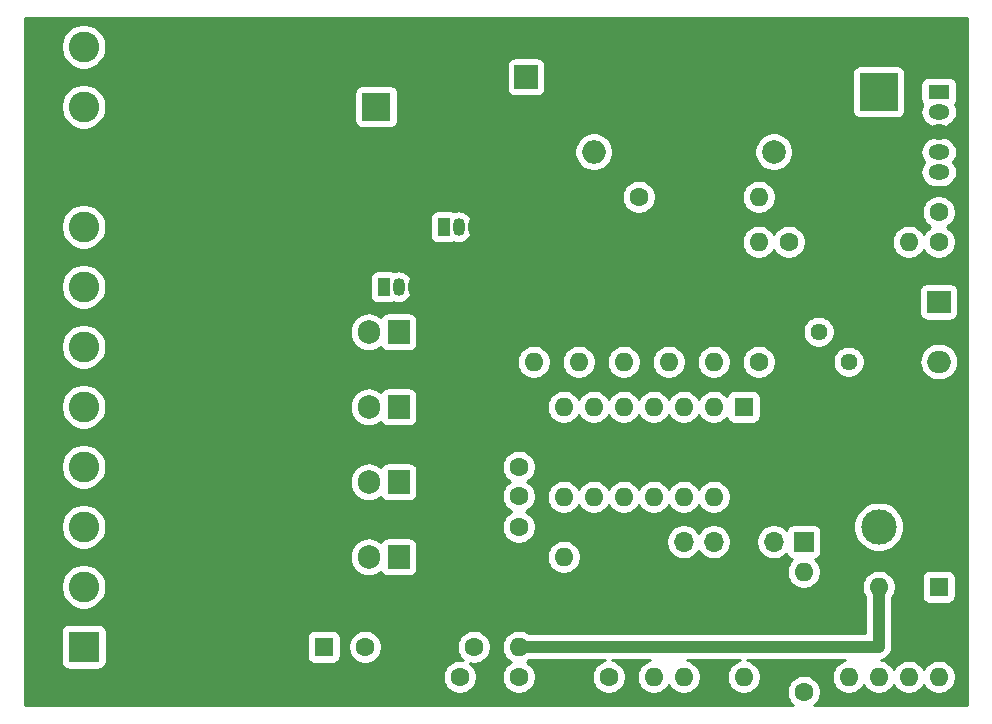
<source format=gbl>
G04 #@! TF.GenerationSoftware,KiCad,Pcbnew,(5.1.10)-1*
G04 #@! TF.CreationDate,2021-09-16T20:11:19-04:00*
G04 #@! TF.ProjectId,Space Invaders,53706163-6520-4496-9e76-61646572732e,rev?*
G04 #@! TF.SameCoordinates,Original*
G04 #@! TF.FileFunction,Copper,L2,Bot*
G04 #@! TF.FilePolarity,Positive*
%FSLAX46Y46*%
G04 Gerber Fmt 4.6, Leading zero omitted, Abs format (unit mm)*
G04 Created by KiCad (PCBNEW (5.1.10)-1) date 2021-09-16 20:11:19*
%MOMM*%
%LPD*%
G01*
G04 APERTURE LIST*
G04 #@! TA.AperFunction,ComponentPad*
%ADD10C,3.000000*%
G04 #@! TD*
G04 #@! TA.AperFunction,ComponentPad*
%ADD11O,1.600000X1.600000*%
G04 #@! TD*
G04 #@! TA.AperFunction,ComponentPad*
%ADD12R,1.600000X1.600000*%
G04 #@! TD*
G04 #@! TA.AperFunction,ComponentPad*
%ADD13C,2.600000*%
G04 #@! TD*
G04 #@! TA.AperFunction,ComponentPad*
%ADD14R,2.600000X2.600000*%
G04 #@! TD*
G04 #@! TA.AperFunction,ComponentPad*
%ADD15C,1.440000*%
G04 #@! TD*
G04 #@! TA.AperFunction,ComponentPad*
%ADD16O,2.000000X1.905000*%
G04 #@! TD*
G04 #@! TA.AperFunction,ComponentPad*
%ADD17R,2.000000X1.905000*%
G04 #@! TD*
G04 #@! TA.AperFunction,ComponentPad*
%ADD18O,1.800000X1.275000*%
G04 #@! TD*
G04 #@! TA.AperFunction,ComponentPad*
%ADD19R,1.800000X1.275000*%
G04 #@! TD*
G04 #@! TA.AperFunction,ComponentPad*
%ADD20C,1.600000*%
G04 #@! TD*
G04 #@! TA.AperFunction,ComponentPad*
%ADD21O,1.905000X2.000000*%
G04 #@! TD*
G04 #@! TA.AperFunction,ComponentPad*
%ADD22R,1.905000X2.000000*%
G04 #@! TD*
G04 #@! TA.AperFunction,ComponentPad*
%ADD23R,1.050000X1.500000*%
G04 #@! TD*
G04 #@! TA.AperFunction,ComponentPad*
%ADD24O,1.050000X1.500000*%
G04 #@! TD*
G04 #@! TA.AperFunction,ComponentPad*
%ADD25O,2.000000X2.000000*%
G04 #@! TD*
G04 #@! TA.AperFunction,ComponentPad*
%ADD26C,2.000000*%
G04 #@! TD*
G04 #@! TA.AperFunction,ComponentPad*
%ADD27O,3.200000X3.200000*%
G04 #@! TD*
G04 #@! TA.AperFunction,ComponentPad*
%ADD28R,3.200000X3.200000*%
G04 #@! TD*
G04 #@! TA.AperFunction,ComponentPad*
%ADD29C,2.400000*%
G04 #@! TD*
G04 #@! TA.AperFunction,ComponentPad*
%ADD30R,2.400000X2.400000*%
G04 #@! TD*
G04 #@! TA.AperFunction,ComponentPad*
%ADD31R,2.000000X2.000000*%
G04 #@! TD*
G04 #@! TA.AperFunction,ComponentPad*
%ADD32O,1.700000X1.700000*%
G04 #@! TD*
G04 #@! TA.AperFunction,ComponentPad*
%ADD33R,1.700000X1.700000*%
G04 #@! TD*
G04 #@! TA.AperFunction,Conductor*
%ADD34C,1.000000*%
G04 #@! TD*
G04 #@! TA.AperFunction,Conductor*
%ADD35C,0.254000*%
G04 #@! TD*
G04 #@! TA.AperFunction,Conductor*
%ADD36C,0.100000*%
G04 #@! TD*
G04 APERTURE END LIST*
D10*
X133350000Y-76200000D03*
D11*
X138430000Y-88900000D03*
X130810000Y-81280000D03*
X135890000Y-88900000D03*
X133350000Y-81280000D03*
X133350000Y-88900000D03*
X135890000Y-81280000D03*
X130810000Y-88900000D03*
D12*
X138430000Y-81280000D03*
D11*
X121920000Y-88900000D03*
X114300000Y-81280000D03*
X119380000Y-88900000D03*
X116840000Y-81280000D03*
X116840000Y-88900000D03*
X119380000Y-81280000D03*
X114300000Y-88900000D03*
D12*
X121920000Y-81280000D03*
D11*
X121920000Y-73660000D03*
X106680000Y-66040000D03*
X119380000Y-73660000D03*
X109220000Y-66040000D03*
X116840000Y-73660000D03*
X111760000Y-66040000D03*
X114300000Y-73660000D03*
X114300000Y-66040000D03*
X111760000Y-73660000D03*
X116840000Y-66040000D03*
X109220000Y-73660000D03*
X119380000Y-66040000D03*
X106680000Y-73660000D03*
D12*
X121920000Y-66040000D03*
D13*
X66040000Y-35560000D03*
X66040000Y-40640000D03*
X66040000Y-45720000D03*
X66040000Y-50800000D03*
X66040000Y-55880000D03*
X66040000Y-60960000D03*
X66040000Y-66040000D03*
X66040000Y-71120000D03*
X66040000Y-76200000D03*
X66040000Y-81280000D03*
D14*
X66040000Y-86360000D03*
D15*
X130810000Y-57150000D03*
X128270000Y-59690000D03*
X130810000Y-62230000D03*
D16*
X138430000Y-62230000D03*
X138430000Y-59690000D03*
D17*
X138430000Y-57150000D03*
D18*
X138430000Y-46170000D03*
X138430000Y-44470000D03*
X138430000Y-42770000D03*
X138430000Y-41070000D03*
D19*
X138430000Y-39370000D03*
D11*
X123190000Y-48260000D03*
D20*
X113030000Y-48260000D03*
D11*
X123190000Y-52070000D03*
D20*
X123190000Y-62230000D03*
D11*
X135890000Y-52070000D03*
D20*
X125730000Y-52070000D03*
D11*
X111760000Y-62230000D03*
D20*
X111760000Y-52070000D03*
D11*
X107950000Y-62230000D03*
D20*
X107950000Y-52070000D03*
D11*
X115570000Y-62230000D03*
D20*
X115570000Y-52070000D03*
D11*
X110490000Y-78740000D03*
D20*
X110490000Y-88900000D03*
D11*
X104140000Y-62230000D03*
D20*
X104140000Y-52070000D03*
D11*
X119380000Y-62230000D03*
D20*
X119380000Y-52070000D03*
D11*
X106680000Y-78740000D03*
D20*
X106680000Y-88900000D03*
D11*
X99060000Y-76200000D03*
D20*
X99060000Y-86360000D03*
D11*
X102870000Y-86360000D03*
D20*
X102870000Y-76200000D03*
D11*
X127000000Y-80010000D03*
D20*
X127000000Y-90170000D03*
D21*
X87630000Y-59690000D03*
X90170000Y-59690000D03*
D22*
X92710000Y-59690000D03*
D21*
X87630000Y-66040000D03*
X90170000Y-66040000D03*
D22*
X92710000Y-66040000D03*
D23*
X91440000Y-55880000D03*
D24*
X93980000Y-55880000D03*
X92710000Y-55880000D03*
D21*
X87630000Y-72390000D03*
X90170000Y-72390000D03*
D22*
X92710000Y-72390000D03*
D23*
X96520000Y-50800000D03*
D24*
X99060000Y-50800000D03*
X97790000Y-50800000D03*
D21*
X87630000Y-78740000D03*
X90170000Y-78740000D03*
D22*
X92710000Y-78740000D03*
D25*
X109220000Y-44450000D03*
D26*
X124460000Y-44450000D03*
D27*
X118110000Y-39370000D03*
D28*
X133350000Y-39370000D03*
D29*
X90805000Y-45640000D03*
D30*
X90805000Y-40640000D03*
D20*
X138430000Y-49570000D03*
X138430000Y-52070000D03*
D26*
X103505000Y-43100000D03*
D31*
X103505000Y-38100000D03*
D20*
X89860000Y-86360000D03*
D12*
X86360000Y-86360000D03*
D20*
X97870000Y-88900000D03*
X102870000Y-88900000D03*
X102870000Y-73620000D03*
X102870000Y-71120000D03*
D32*
X116840000Y-77470000D03*
X119380000Y-77470000D03*
X121920000Y-77470000D03*
X124460000Y-77470000D03*
D33*
X127000000Y-77470000D03*
D34*
X133350000Y-81280000D02*
X133350000Y-86360000D01*
X133350000Y-86360000D02*
X102870000Y-86360000D01*
D35*
X140843000Y-91313000D02*
X127872311Y-91313000D01*
X127914759Y-91284637D01*
X128114637Y-91084759D01*
X128271680Y-90849727D01*
X128379853Y-90588574D01*
X128435000Y-90311335D01*
X128435000Y-90028665D01*
X128379853Y-89751426D01*
X128271680Y-89490273D01*
X128114637Y-89255241D01*
X127914759Y-89055363D01*
X127679727Y-88898320D01*
X127418574Y-88790147D01*
X127141335Y-88735000D01*
X126858665Y-88735000D01*
X126581426Y-88790147D01*
X126320273Y-88898320D01*
X126085241Y-89055363D01*
X125885363Y-89255241D01*
X125728320Y-89490273D01*
X125620147Y-89751426D01*
X125565000Y-90028665D01*
X125565000Y-90311335D01*
X125620147Y-90588574D01*
X125728320Y-90849727D01*
X125885363Y-91084759D01*
X126085241Y-91284637D01*
X126127689Y-91313000D01*
X61087000Y-91313000D01*
X61087000Y-88758665D01*
X96435000Y-88758665D01*
X96435000Y-89041335D01*
X96490147Y-89318574D01*
X96598320Y-89579727D01*
X96755363Y-89814759D01*
X96955241Y-90014637D01*
X97190273Y-90171680D01*
X97451426Y-90279853D01*
X97728665Y-90335000D01*
X98011335Y-90335000D01*
X98288574Y-90279853D01*
X98549727Y-90171680D01*
X98784759Y-90014637D01*
X98984637Y-89814759D01*
X99141680Y-89579727D01*
X99249853Y-89318574D01*
X99305000Y-89041335D01*
X99305000Y-88758665D01*
X99249853Y-88481426D01*
X99141680Y-88220273D01*
X98984637Y-87985241D01*
X98784759Y-87785363D01*
X98748534Y-87761158D01*
X98918665Y-87795000D01*
X99201335Y-87795000D01*
X99478574Y-87739853D01*
X99739727Y-87631680D01*
X99974759Y-87474637D01*
X100174637Y-87274759D01*
X100331680Y-87039727D01*
X100439853Y-86778574D01*
X100495000Y-86501335D01*
X100495000Y-86218665D01*
X101435000Y-86218665D01*
X101435000Y-86501335D01*
X101490147Y-86778574D01*
X101598320Y-87039727D01*
X101755363Y-87274759D01*
X101955241Y-87474637D01*
X102187759Y-87630000D01*
X101955241Y-87785363D01*
X101755363Y-87985241D01*
X101598320Y-88220273D01*
X101490147Y-88481426D01*
X101435000Y-88758665D01*
X101435000Y-89041335D01*
X101490147Y-89318574D01*
X101598320Y-89579727D01*
X101755363Y-89814759D01*
X101955241Y-90014637D01*
X102190273Y-90171680D01*
X102451426Y-90279853D01*
X102728665Y-90335000D01*
X103011335Y-90335000D01*
X103288574Y-90279853D01*
X103549727Y-90171680D01*
X103784759Y-90014637D01*
X103984637Y-89814759D01*
X104141680Y-89579727D01*
X104249853Y-89318574D01*
X104305000Y-89041335D01*
X104305000Y-88758665D01*
X104249853Y-88481426D01*
X104141680Y-88220273D01*
X103984637Y-87985241D01*
X103784759Y-87785363D01*
X103552241Y-87630000D01*
X103754284Y-87495000D01*
X110197847Y-87495000D01*
X110071426Y-87520147D01*
X109810273Y-87628320D01*
X109575241Y-87785363D01*
X109375363Y-87985241D01*
X109218320Y-88220273D01*
X109110147Y-88481426D01*
X109055000Y-88758665D01*
X109055000Y-89041335D01*
X109110147Y-89318574D01*
X109218320Y-89579727D01*
X109375363Y-89814759D01*
X109575241Y-90014637D01*
X109810273Y-90171680D01*
X110071426Y-90279853D01*
X110348665Y-90335000D01*
X110631335Y-90335000D01*
X110908574Y-90279853D01*
X111169727Y-90171680D01*
X111404759Y-90014637D01*
X111604637Y-89814759D01*
X111761680Y-89579727D01*
X111869853Y-89318574D01*
X111925000Y-89041335D01*
X111925000Y-88758665D01*
X111869853Y-88481426D01*
X111761680Y-88220273D01*
X111604637Y-87985241D01*
X111404759Y-87785363D01*
X111169727Y-87628320D01*
X110908574Y-87520147D01*
X110782153Y-87495000D01*
X114007847Y-87495000D01*
X113881426Y-87520147D01*
X113620273Y-87628320D01*
X113385241Y-87785363D01*
X113185363Y-87985241D01*
X113028320Y-88220273D01*
X112920147Y-88481426D01*
X112865000Y-88758665D01*
X112865000Y-89041335D01*
X112920147Y-89318574D01*
X113028320Y-89579727D01*
X113185363Y-89814759D01*
X113385241Y-90014637D01*
X113620273Y-90171680D01*
X113881426Y-90279853D01*
X114158665Y-90335000D01*
X114441335Y-90335000D01*
X114718574Y-90279853D01*
X114979727Y-90171680D01*
X115214759Y-90014637D01*
X115414637Y-89814759D01*
X115570000Y-89582241D01*
X115725363Y-89814759D01*
X115925241Y-90014637D01*
X116160273Y-90171680D01*
X116421426Y-90279853D01*
X116698665Y-90335000D01*
X116981335Y-90335000D01*
X117258574Y-90279853D01*
X117519727Y-90171680D01*
X117754759Y-90014637D01*
X117954637Y-89814759D01*
X118111680Y-89579727D01*
X118219853Y-89318574D01*
X118275000Y-89041335D01*
X118275000Y-88758665D01*
X118219853Y-88481426D01*
X118111680Y-88220273D01*
X117954637Y-87985241D01*
X117754759Y-87785363D01*
X117519727Y-87628320D01*
X117258574Y-87520147D01*
X117132153Y-87495000D01*
X121627847Y-87495000D01*
X121501426Y-87520147D01*
X121240273Y-87628320D01*
X121005241Y-87785363D01*
X120805363Y-87985241D01*
X120648320Y-88220273D01*
X120540147Y-88481426D01*
X120485000Y-88758665D01*
X120485000Y-89041335D01*
X120540147Y-89318574D01*
X120648320Y-89579727D01*
X120805363Y-89814759D01*
X121005241Y-90014637D01*
X121240273Y-90171680D01*
X121501426Y-90279853D01*
X121778665Y-90335000D01*
X122061335Y-90335000D01*
X122338574Y-90279853D01*
X122599727Y-90171680D01*
X122834759Y-90014637D01*
X123034637Y-89814759D01*
X123191680Y-89579727D01*
X123299853Y-89318574D01*
X123355000Y-89041335D01*
X123355000Y-88758665D01*
X123299853Y-88481426D01*
X123191680Y-88220273D01*
X123034637Y-87985241D01*
X122834759Y-87785363D01*
X122599727Y-87628320D01*
X122338574Y-87520147D01*
X122212153Y-87495000D01*
X130517847Y-87495000D01*
X130391426Y-87520147D01*
X130130273Y-87628320D01*
X129895241Y-87785363D01*
X129695363Y-87985241D01*
X129538320Y-88220273D01*
X129430147Y-88481426D01*
X129375000Y-88758665D01*
X129375000Y-89041335D01*
X129430147Y-89318574D01*
X129538320Y-89579727D01*
X129695363Y-89814759D01*
X129895241Y-90014637D01*
X130130273Y-90171680D01*
X130391426Y-90279853D01*
X130668665Y-90335000D01*
X130951335Y-90335000D01*
X131228574Y-90279853D01*
X131489727Y-90171680D01*
X131724759Y-90014637D01*
X131924637Y-89814759D01*
X132080000Y-89582241D01*
X132235363Y-89814759D01*
X132435241Y-90014637D01*
X132670273Y-90171680D01*
X132931426Y-90279853D01*
X133208665Y-90335000D01*
X133491335Y-90335000D01*
X133768574Y-90279853D01*
X134029727Y-90171680D01*
X134264759Y-90014637D01*
X134464637Y-89814759D01*
X134620000Y-89582241D01*
X134775363Y-89814759D01*
X134975241Y-90014637D01*
X135210273Y-90171680D01*
X135471426Y-90279853D01*
X135748665Y-90335000D01*
X136031335Y-90335000D01*
X136308574Y-90279853D01*
X136569727Y-90171680D01*
X136804759Y-90014637D01*
X137004637Y-89814759D01*
X137160000Y-89582241D01*
X137315363Y-89814759D01*
X137515241Y-90014637D01*
X137750273Y-90171680D01*
X138011426Y-90279853D01*
X138288665Y-90335000D01*
X138571335Y-90335000D01*
X138848574Y-90279853D01*
X139109727Y-90171680D01*
X139344759Y-90014637D01*
X139544637Y-89814759D01*
X139701680Y-89579727D01*
X139809853Y-89318574D01*
X139865000Y-89041335D01*
X139865000Y-88758665D01*
X139809853Y-88481426D01*
X139701680Y-88220273D01*
X139544637Y-87985241D01*
X139344759Y-87785363D01*
X139109727Y-87628320D01*
X138848574Y-87520147D01*
X138571335Y-87465000D01*
X138288665Y-87465000D01*
X138011426Y-87520147D01*
X137750273Y-87628320D01*
X137515241Y-87785363D01*
X137315363Y-87985241D01*
X137160000Y-88217759D01*
X137004637Y-87985241D01*
X136804759Y-87785363D01*
X136569727Y-87628320D01*
X136308574Y-87520147D01*
X136031335Y-87465000D01*
X135748665Y-87465000D01*
X135471426Y-87520147D01*
X135210273Y-87628320D01*
X134975241Y-87785363D01*
X134775363Y-87985241D01*
X134620000Y-88217759D01*
X134464637Y-87985241D01*
X134264759Y-87785363D01*
X134029727Y-87628320D01*
X133768574Y-87520147D01*
X133563865Y-87479427D01*
X133572499Y-87478577D01*
X133786447Y-87413676D01*
X133983623Y-87308284D01*
X134156449Y-87166449D01*
X134298284Y-86993623D01*
X134403676Y-86796447D01*
X134468577Y-86582499D01*
X134485000Y-86415752D01*
X134490491Y-86360000D01*
X134485000Y-86304248D01*
X134485000Y-82164284D01*
X134621680Y-81959727D01*
X134729853Y-81698574D01*
X134785000Y-81421335D01*
X134785000Y-81138665D01*
X134729853Y-80861426D01*
X134621680Y-80600273D01*
X134541317Y-80480000D01*
X136991928Y-80480000D01*
X136991928Y-82080000D01*
X137004188Y-82204482D01*
X137040498Y-82324180D01*
X137099463Y-82434494D01*
X137178815Y-82531185D01*
X137275506Y-82610537D01*
X137385820Y-82669502D01*
X137505518Y-82705812D01*
X137630000Y-82718072D01*
X139230000Y-82718072D01*
X139354482Y-82705812D01*
X139474180Y-82669502D01*
X139584494Y-82610537D01*
X139681185Y-82531185D01*
X139760537Y-82434494D01*
X139819502Y-82324180D01*
X139855812Y-82204482D01*
X139868072Y-82080000D01*
X139868072Y-80480000D01*
X139855812Y-80355518D01*
X139819502Y-80235820D01*
X139760537Y-80125506D01*
X139681185Y-80028815D01*
X139584494Y-79949463D01*
X139474180Y-79890498D01*
X139354482Y-79854188D01*
X139230000Y-79841928D01*
X137630000Y-79841928D01*
X137505518Y-79854188D01*
X137385820Y-79890498D01*
X137275506Y-79949463D01*
X137178815Y-80028815D01*
X137099463Y-80125506D01*
X137040498Y-80235820D01*
X137004188Y-80355518D01*
X136991928Y-80480000D01*
X134541317Y-80480000D01*
X134464637Y-80365241D01*
X134264759Y-80165363D01*
X134029727Y-80008320D01*
X133768574Y-79900147D01*
X133491335Y-79845000D01*
X133208665Y-79845000D01*
X132931426Y-79900147D01*
X132670273Y-80008320D01*
X132435241Y-80165363D01*
X132235363Y-80365241D01*
X132078320Y-80600273D01*
X131970147Y-80861426D01*
X131915000Y-81138665D01*
X131915000Y-81421335D01*
X131970147Y-81698574D01*
X132078320Y-81959727D01*
X132215000Y-82164284D01*
X132215001Y-85225000D01*
X103754284Y-85225000D01*
X103549727Y-85088320D01*
X103288574Y-84980147D01*
X103011335Y-84925000D01*
X102728665Y-84925000D01*
X102451426Y-84980147D01*
X102190273Y-85088320D01*
X101955241Y-85245363D01*
X101755363Y-85445241D01*
X101598320Y-85680273D01*
X101490147Y-85941426D01*
X101435000Y-86218665D01*
X100495000Y-86218665D01*
X100439853Y-85941426D01*
X100331680Y-85680273D01*
X100174637Y-85445241D01*
X99974759Y-85245363D01*
X99739727Y-85088320D01*
X99478574Y-84980147D01*
X99201335Y-84925000D01*
X98918665Y-84925000D01*
X98641426Y-84980147D01*
X98380273Y-85088320D01*
X98145241Y-85245363D01*
X97945363Y-85445241D01*
X97788320Y-85680273D01*
X97680147Y-85941426D01*
X97625000Y-86218665D01*
X97625000Y-86501335D01*
X97680147Y-86778574D01*
X97788320Y-87039727D01*
X97945363Y-87274759D01*
X98145241Y-87474637D01*
X98181466Y-87498842D01*
X98011335Y-87465000D01*
X97728665Y-87465000D01*
X97451426Y-87520147D01*
X97190273Y-87628320D01*
X96955241Y-87785363D01*
X96755363Y-87985241D01*
X96598320Y-88220273D01*
X96490147Y-88481426D01*
X96435000Y-88758665D01*
X61087000Y-88758665D01*
X61087000Y-85060000D01*
X64101928Y-85060000D01*
X64101928Y-87660000D01*
X64114188Y-87784482D01*
X64150498Y-87904180D01*
X64209463Y-88014494D01*
X64288815Y-88111185D01*
X64385506Y-88190537D01*
X64495820Y-88249502D01*
X64615518Y-88285812D01*
X64740000Y-88298072D01*
X67340000Y-88298072D01*
X67464482Y-88285812D01*
X67584180Y-88249502D01*
X67694494Y-88190537D01*
X67791185Y-88111185D01*
X67870537Y-88014494D01*
X67929502Y-87904180D01*
X67965812Y-87784482D01*
X67978072Y-87660000D01*
X67978072Y-85560000D01*
X84921928Y-85560000D01*
X84921928Y-87160000D01*
X84934188Y-87284482D01*
X84970498Y-87404180D01*
X85029463Y-87514494D01*
X85108815Y-87611185D01*
X85205506Y-87690537D01*
X85315820Y-87749502D01*
X85435518Y-87785812D01*
X85560000Y-87798072D01*
X87160000Y-87798072D01*
X87284482Y-87785812D01*
X87404180Y-87749502D01*
X87514494Y-87690537D01*
X87611185Y-87611185D01*
X87690537Y-87514494D01*
X87749502Y-87404180D01*
X87785812Y-87284482D01*
X87798072Y-87160000D01*
X87798072Y-86218665D01*
X88425000Y-86218665D01*
X88425000Y-86501335D01*
X88480147Y-86778574D01*
X88588320Y-87039727D01*
X88745363Y-87274759D01*
X88945241Y-87474637D01*
X89180273Y-87631680D01*
X89441426Y-87739853D01*
X89718665Y-87795000D01*
X90001335Y-87795000D01*
X90278574Y-87739853D01*
X90539727Y-87631680D01*
X90774759Y-87474637D01*
X90974637Y-87274759D01*
X91131680Y-87039727D01*
X91239853Y-86778574D01*
X91295000Y-86501335D01*
X91295000Y-86218665D01*
X91239853Y-85941426D01*
X91131680Y-85680273D01*
X90974637Y-85445241D01*
X90774759Y-85245363D01*
X90539727Y-85088320D01*
X90278574Y-84980147D01*
X90001335Y-84925000D01*
X89718665Y-84925000D01*
X89441426Y-84980147D01*
X89180273Y-85088320D01*
X88945241Y-85245363D01*
X88745363Y-85445241D01*
X88588320Y-85680273D01*
X88480147Y-85941426D01*
X88425000Y-86218665D01*
X87798072Y-86218665D01*
X87798072Y-85560000D01*
X87785812Y-85435518D01*
X87749502Y-85315820D01*
X87690537Y-85205506D01*
X87611185Y-85108815D01*
X87514494Y-85029463D01*
X87404180Y-84970498D01*
X87284482Y-84934188D01*
X87160000Y-84921928D01*
X85560000Y-84921928D01*
X85435518Y-84934188D01*
X85315820Y-84970498D01*
X85205506Y-85029463D01*
X85108815Y-85108815D01*
X85029463Y-85205506D01*
X84970498Y-85315820D01*
X84934188Y-85435518D01*
X84921928Y-85560000D01*
X67978072Y-85560000D01*
X67978072Y-85060000D01*
X67965812Y-84935518D01*
X67929502Y-84815820D01*
X67870537Y-84705506D01*
X67791185Y-84608815D01*
X67694494Y-84529463D01*
X67584180Y-84470498D01*
X67464482Y-84434188D01*
X67340000Y-84421928D01*
X64740000Y-84421928D01*
X64615518Y-84434188D01*
X64495820Y-84470498D01*
X64385506Y-84529463D01*
X64288815Y-84608815D01*
X64209463Y-84705506D01*
X64150498Y-84815820D01*
X64114188Y-84935518D01*
X64101928Y-85060000D01*
X61087000Y-85060000D01*
X61087000Y-81089419D01*
X64105000Y-81089419D01*
X64105000Y-81470581D01*
X64179361Y-81844419D01*
X64325225Y-82196566D01*
X64536987Y-82513491D01*
X64806509Y-82783013D01*
X65123434Y-82994775D01*
X65475581Y-83140639D01*
X65849419Y-83215000D01*
X66230581Y-83215000D01*
X66604419Y-83140639D01*
X66956566Y-82994775D01*
X67273491Y-82783013D01*
X67543013Y-82513491D01*
X67754775Y-82196566D01*
X67900639Y-81844419D01*
X67975000Y-81470581D01*
X67975000Y-81089419D01*
X67900639Y-80715581D01*
X67754775Y-80363434D01*
X67543013Y-80046509D01*
X67273491Y-79776987D01*
X66956566Y-79565225D01*
X66604419Y-79419361D01*
X66230581Y-79345000D01*
X65849419Y-79345000D01*
X65475581Y-79419361D01*
X65123434Y-79565225D01*
X64806509Y-79776987D01*
X64536987Y-80046509D01*
X64325225Y-80363434D01*
X64179361Y-80715581D01*
X64105000Y-81089419D01*
X61087000Y-81089419D01*
X61087000Y-78614514D01*
X88582500Y-78614514D01*
X88582500Y-78865485D01*
X88605470Y-79098703D01*
X88696245Y-79397948D01*
X88843655Y-79673734D01*
X89042037Y-79915463D01*
X89283765Y-80113845D01*
X89559551Y-80261255D01*
X89858796Y-80352030D01*
X90170000Y-80382681D01*
X90481203Y-80352030D01*
X90780448Y-80261255D01*
X91056234Y-80113845D01*
X91182095Y-80010553D01*
X91226963Y-80094494D01*
X91306315Y-80191185D01*
X91403006Y-80270537D01*
X91513320Y-80329502D01*
X91633018Y-80365812D01*
X91757500Y-80378072D01*
X93662500Y-80378072D01*
X93786982Y-80365812D01*
X93906680Y-80329502D01*
X94016994Y-80270537D01*
X94113685Y-80191185D01*
X94193037Y-80094494D01*
X94252002Y-79984180D01*
X94288312Y-79864482D01*
X94300572Y-79740000D01*
X94300572Y-78598665D01*
X105245000Y-78598665D01*
X105245000Y-78881335D01*
X105300147Y-79158574D01*
X105408320Y-79419727D01*
X105565363Y-79654759D01*
X105765241Y-79854637D01*
X106000273Y-80011680D01*
X106261426Y-80119853D01*
X106538665Y-80175000D01*
X106821335Y-80175000D01*
X107098574Y-80119853D01*
X107359727Y-80011680D01*
X107594759Y-79854637D01*
X107794637Y-79654759D01*
X107951680Y-79419727D01*
X108059853Y-79158574D01*
X108115000Y-78881335D01*
X108115000Y-78598665D01*
X108059853Y-78321426D01*
X107951680Y-78060273D01*
X107794637Y-77825241D01*
X107594759Y-77625363D01*
X107359727Y-77468320D01*
X107098574Y-77360147D01*
X106915547Y-77323740D01*
X115355000Y-77323740D01*
X115355000Y-77616260D01*
X115412068Y-77903158D01*
X115524010Y-78173411D01*
X115686525Y-78416632D01*
X115893368Y-78623475D01*
X116136589Y-78785990D01*
X116406842Y-78897932D01*
X116693740Y-78955000D01*
X116986260Y-78955000D01*
X117273158Y-78897932D01*
X117543411Y-78785990D01*
X117786632Y-78623475D01*
X117993475Y-78416632D01*
X118110000Y-78242240D01*
X118226525Y-78416632D01*
X118433368Y-78623475D01*
X118676589Y-78785990D01*
X118946842Y-78897932D01*
X119233740Y-78955000D01*
X119526260Y-78955000D01*
X119813158Y-78897932D01*
X120083411Y-78785990D01*
X120326632Y-78623475D01*
X120533475Y-78416632D01*
X120695990Y-78173411D01*
X120807932Y-77903158D01*
X120865000Y-77616260D01*
X120865000Y-77323740D01*
X122975000Y-77323740D01*
X122975000Y-77616260D01*
X123032068Y-77903158D01*
X123144010Y-78173411D01*
X123306525Y-78416632D01*
X123513368Y-78623475D01*
X123756589Y-78785990D01*
X124026842Y-78897932D01*
X124313740Y-78955000D01*
X124606260Y-78955000D01*
X124893158Y-78897932D01*
X125163411Y-78785990D01*
X125406632Y-78623475D01*
X125538487Y-78491620D01*
X125560498Y-78564180D01*
X125619463Y-78674494D01*
X125698815Y-78771185D01*
X125795506Y-78850537D01*
X125905820Y-78909502D01*
X126025518Y-78945812D01*
X126033961Y-78946643D01*
X125885363Y-79095241D01*
X125728320Y-79330273D01*
X125620147Y-79591426D01*
X125565000Y-79868665D01*
X125565000Y-80151335D01*
X125620147Y-80428574D01*
X125728320Y-80689727D01*
X125885363Y-80924759D01*
X126085241Y-81124637D01*
X126320273Y-81281680D01*
X126581426Y-81389853D01*
X126858665Y-81445000D01*
X127141335Y-81445000D01*
X127418574Y-81389853D01*
X127679727Y-81281680D01*
X127914759Y-81124637D01*
X128114637Y-80924759D01*
X128271680Y-80689727D01*
X128379853Y-80428574D01*
X128435000Y-80151335D01*
X128435000Y-79868665D01*
X128379853Y-79591426D01*
X128271680Y-79330273D01*
X128114637Y-79095241D01*
X127966039Y-78946643D01*
X127974482Y-78945812D01*
X128094180Y-78909502D01*
X128204494Y-78850537D01*
X128301185Y-78771185D01*
X128380537Y-78674494D01*
X128439502Y-78564180D01*
X128475812Y-78444482D01*
X128488072Y-78320000D01*
X128488072Y-76620000D01*
X128475812Y-76495518D01*
X128439502Y-76375820D01*
X128380537Y-76265506D01*
X128301185Y-76168815D01*
X128204494Y-76089463D01*
X128094180Y-76030498D01*
X127974482Y-75994188D01*
X127929127Y-75989721D01*
X131215000Y-75989721D01*
X131215000Y-76410279D01*
X131297047Y-76822756D01*
X131457988Y-77211302D01*
X131691637Y-77560983D01*
X131989017Y-77858363D01*
X132338698Y-78092012D01*
X132727244Y-78252953D01*
X133139721Y-78335000D01*
X133560279Y-78335000D01*
X133972756Y-78252953D01*
X134361302Y-78092012D01*
X134710983Y-77858363D01*
X135008363Y-77560983D01*
X135242012Y-77211302D01*
X135402953Y-76822756D01*
X135485000Y-76410279D01*
X135485000Y-75989721D01*
X135402953Y-75577244D01*
X135242012Y-75188698D01*
X135008363Y-74839017D01*
X134710983Y-74541637D01*
X134361302Y-74307988D01*
X133972756Y-74147047D01*
X133560279Y-74065000D01*
X133139721Y-74065000D01*
X132727244Y-74147047D01*
X132338698Y-74307988D01*
X131989017Y-74541637D01*
X131691637Y-74839017D01*
X131457988Y-75188698D01*
X131297047Y-75577244D01*
X131215000Y-75989721D01*
X127929127Y-75989721D01*
X127850000Y-75981928D01*
X126150000Y-75981928D01*
X126025518Y-75994188D01*
X125905820Y-76030498D01*
X125795506Y-76089463D01*
X125698815Y-76168815D01*
X125619463Y-76265506D01*
X125560498Y-76375820D01*
X125538487Y-76448380D01*
X125406632Y-76316525D01*
X125163411Y-76154010D01*
X124893158Y-76042068D01*
X124606260Y-75985000D01*
X124313740Y-75985000D01*
X124026842Y-76042068D01*
X123756589Y-76154010D01*
X123513368Y-76316525D01*
X123306525Y-76523368D01*
X123144010Y-76766589D01*
X123032068Y-77036842D01*
X122975000Y-77323740D01*
X120865000Y-77323740D01*
X120807932Y-77036842D01*
X120695990Y-76766589D01*
X120533475Y-76523368D01*
X120326632Y-76316525D01*
X120083411Y-76154010D01*
X119813158Y-76042068D01*
X119526260Y-75985000D01*
X119233740Y-75985000D01*
X118946842Y-76042068D01*
X118676589Y-76154010D01*
X118433368Y-76316525D01*
X118226525Y-76523368D01*
X118110000Y-76697760D01*
X117993475Y-76523368D01*
X117786632Y-76316525D01*
X117543411Y-76154010D01*
X117273158Y-76042068D01*
X116986260Y-75985000D01*
X116693740Y-75985000D01*
X116406842Y-76042068D01*
X116136589Y-76154010D01*
X115893368Y-76316525D01*
X115686525Y-76523368D01*
X115524010Y-76766589D01*
X115412068Y-77036842D01*
X115355000Y-77323740D01*
X106915547Y-77323740D01*
X106821335Y-77305000D01*
X106538665Y-77305000D01*
X106261426Y-77360147D01*
X106000273Y-77468320D01*
X105765241Y-77625363D01*
X105565363Y-77825241D01*
X105408320Y-78060273D01*
X105300147Y-78321426D01*
X105245000Y-78598665D01*
X94300572Y-78598665D01*
X94300572Y-77740000D01*
X94288312Y-77615518D01*
X94252002Y-77495820D01*
X94193037Y-77385506D01*
X94113685Y-77288815D01*
X94016994Y-77209463D01*
X93906680Y-77150498D01*
X93786982Y-77114188D01*
X93662500Y-77101928D01*
X91757500Y-77101928D01*
X91633018Y-77114188D01*
X91513320Y-77150498D01*
X91403006Y-77209463D01*
X91306315Y-77288815D01*
X91226963Y-77385506D01*
X91182095Y-77469446D01*
X91056235Y-77366155D01*
X90780449Y-77218745D01*
X90481204Y-77127970D01*
X90170000Y-77097319D01*
X89858797Y-77127970D01*
X89559552Y-77218745D01*
X89283766Y-77366155D01*
X89042037Y-77564537D01*
X88843655Y-77806265D01*
X88696245Y-78082051D01*
X88605470Y-78381296D01*
X88582500Y-78614514D01*
X61087000Y-78614514D01*
X61087000Y-76009419D01*
X64105000Y-76009419D01*
X64105000Y-76390581D01*
X64179361Y-76764419D01*
X64325225Y-77116566D01*
X64536987Y-77433491D01*
X64806509Y-77703013D01*
X65123434Y-77914775D01*
X65475581Y-78060639D01*
X65849419Y-78135000D01*
X66230581Y-78135000D01*
X66604419Y-78060639D01*
X66956566Y-77914775D01*
X67273491Y-77703013D01*
X67543013Y-77433491D01*
X67754775Y-77116566D01*
X67900639Y-76764419D01*
X67975000Y-76390581D01*
X67975000Y-76009419D01*
X67900639Y-75635581D01*
X67754775Y-75283434D01*
X67543013Y-74966509D01*
X67273491Y-74696987D01*
X66956566Y-74485225D01*
X66604419Y-74339361D01*
X66230581Y-74265000D01*
X65849419Y-74265000D01*
X65475581Y-74339361D01*
X65123434Y-74485225D01*
X64806509Y-74696987D01*
X64536987Y-74966509D01*
X64325225Y-75283434D01*
X64179361Y-75635581D01*
X64105000Y-76009419D01*
X61087000Y-76009419D01*
X61087000Y-70929419D01*
X64105000Y-70929419D01*
X64105000Y-71310581D01*
X64179361Y-71684419D01*
X64325225Y-72036566D01*
X64536987Y-72353491D01*
X64806509Y-72623013D01*
X65123434Y-72834775D01*
X65475581Y-72980639D01*
X65849419Y-73055000D01*
X66230581Y-73055000D01*
X66604419Y-72980639D01*
X66956566Y-72834775D01*
X67273491Y-72623013D01*
X67543013Y-72353491D01*
X67602465Y-72264514D01*
X88582500Y-72264514D01*
X88582500Y-72515485D01*
X88605470Y-72748703D01*
X88696245Y-73047948D01*
X88843655Y-73323734D01*
X89042037Y-73565463D01*
X89283765Y-73763845D01*
X89559551Y-73911255D01*
X89858796Y-74002030D01*
X90170000Y-74032681D01*
X90481203Y-74002030D01*
X90780448Y-73911255D01*
X91056234Y-73763845D01*
X91182095Y-73660553D01*
X91226963Y-73744494D01*
X91306315Y-73841185D01*
X91403006Y-73920537D01*
X91513320Y-73979502D01*
X91633018Y-74015812D01*
X91757500Y-74028072D01*
X93662500Y-74028072D01*
X93786982Y-74015812D01*
X93906680Y-73979502D01*
X94016994Y-73920537D01*
X94113685Y-73841185D01*
X94193037Y-73744494D01*
X94252002Y-73634180D01*
X94288312Y-73514482D01*
X94300572Y-73390000D01*
X94300572Y-71390000D01*
X94288312Y-71265518D01*
X94252002Y-71145820D01*
X94193037Y-71035506D01*
X94146389Y-70978665D01*
X101435000Y-70978665D01*
X101435000Y-71261335D01*
X101490147Y-71538574D01*
X101598320Y-71799727D01*
X101755363Y-72034759D01*
X101955241Y-72234637D01*
X102157827Y-72370000D01*
X101955241Y-72505363D01*
X101755363Y-72705241D01*
X101598320Y-72940273D01*
X101490147Y-73201426D01*
X101435000Y-73478665D01*
X101435000Y-73761335D01*
X101490147Y-74038574D01*
X101598320Y-74299727D01*
X101755363Y-74534759D01*
X101955241Y-74734637D01*
X102190273Y-74891680D01*
X102234501Y-74910000D01*
X102190273Y-74928320D01*
X101955241Y-75085363D01*
X101755363Y-75285241D01*
X101598320Y-75520273D01*
X101490147Y-75781426D01*
X101435000Y-76058665D01*
X101435000Y-76341335D01*
X101490147Y-76618574D01*
X101598320Y-76879727D01*
X101755363Y-77114759D01*
X101955241Y-77314637D01*
X102190273Y-77471680D01*
X102451426Y-77579853D01*
X102728665Y-77635000D01*
X103011335Y-77635000D01*
X103288574Y-77579853D01*
X103549727Y-77471680D01*
X103784759Y-77314637D01*
X103984637Y-77114759D01*
X104141680Y-76879727D01*
X104249853Y-76618574D01*
X104305000Y-76341335D01*
X104305000Y-76058665D01*
X104249853Y-75781426D01*
X104141680Y-75520273D01*
X103984637Y-75285241D01*
X103784759Y-75085363D01*
X103549727Y-74928320D01*
X103505499Y-74910000D01*
X103549727Y-74891680D01*
X103784759Y-74734637D01*
X103984637Y-74534759D01*
X104141680Y-74299727D01*
X104249853Y-74038574D01*
X104305000Y-73761335D01*
X104305000Y-73518665D01*
X105245000Y-73518665D01*
X105245000Y-73801335D01*
X105300147Y-74078574D01*
X105408320Y-74339727D01*
X105565363Y-74574759D01*
X105765241Y-74774637D01*
X106000273Y-74931680D01*
X106261426Y-75039853D01*
X106538665Y-75095000D01*
X106821335Y-75095000D01*
X107098574Y-75039853D01*
X107359727Y-74931680D01*
X107594759Y-74774637D01*
X107794637Y-74574759D01*
X107950000Y-74342241D01*
X108105363Y-74574759D01*
X108305241Y-74774637D01*
X108540273Y-74931680D01*
X108801426Y-75039853D01*
X109078665Y-75095000D01*
X109361335Y-75095000D01*
X109638574Y-75039853D01*
X109899727Y-74931680D01*
X110134759Y-74774637D01*
X110334637Y-74574759D01*
X110490000Y-74342241D01*
X110645363Y-74574759D01*
X110845241Y-74774637D01*
X111080273Y-74931680D01*
X111341426Y-75039853D01*
X111618665Y-75095000D01*
X111901335Y-75095000D01*
X112178574Y-75039853D01*
X112439727Y-74931680D01*
X112674759Y-74774637D01*
X112874637Y-74574759D01*
X113030000Y-74342241D01*
X113185363Y-74574759D01*
X113385241Y-74774637D01*
X113620273Y-74931680D01*
X113881426Y-75039853D01*
X114158665Y-75095000D01*
X114441335Y-75095000D01*
X114718574Y-75039853D01*
X114979727Y-74931680D01*
X115214759Y-74774637D01*
X115414637Y-74574759D01*
X115570000Y-74342241D01*
X115725363Y-74574759D01*
X115925241Y-74774637D01*
X116160273Y-74931680D01*
X116421426Y-75039853D01*
X116698665Y-75095000D01*
X116981335Y-75095000D01*
X117258574Y-75039853D01*
X117519727Y-74931680D01*
X117754759Y-74774637D01*
X117954637Y-74574759D01*
X118110000Y-74342241D01*
X118265363Y-74574759D01*
X118465241Y-74774637D01*
X118700273Y-74931680D01*
X118961426Y-75039853D01*
X119238665Y-75095000D01*
X119521335Y-75095000D01*
X119798574Y-75039853D01*
X120059727Y-74931680D01*
X120294759Y-74774637D01*
X120494637Y-74574759D01*
X120651680Y-74339727D01*
X120759853Y-74078574D01*
X120815000Y-73801335D01*
X120815000Y-73518665D01*
X120759853Y-73241426D01*
X120651680Y-72980273D01*
X120494637Y-72745241D01*
X120294759Y-72545363D01*
X120059727Y-72388320D01*
X119798574Y-72280147D01*
X119521335Y-72225000D01*
X119238665Y-72225000D01*
X118961426Y-72280147D01*
X118700273Y-72388320D01*
X118465241Y-72545363D01*
X118265363Y-72745241D01*
X118110000Y-72977759D01*
X117954637Y-72745241D01*
X117754759Y-72545363D01*
X117519727Y-72388320D01*
X117258574Y-72280147D01*
X116981335Y-72225000D01*
X116698665Y-72225000D01*
X116421426Y-72280147D01*
X116160273Y-72388320D01*
X115925241Y-72545363D01*
X115725363Y-72745241D01*
X115570000Y-72977759D01*
X115414637Y-72745241D01*
X115214759Y-72545363D01*
X114979727Y-72388320D01*
X114718574Y-72280147D01*
X114441335Y-72225000D01*
X114158665Y-72225000D01*
X113881426Y-72280147D01*
X113620273Y-72388320D01*
X113385241Y-72545363D01*
X113185363Y-72745241D01*
X113030000Y-72977759D01*
X112874637Y-72745241D01*
X112674759Y-72545363D01*
X112439727Y-72388320D01*
X112178574Y-72280147D01*
X111901335Y-72225000D01*
X111618665Y-72225000D01*
X111341426Y-72280147D01*
X111080273Y-72388320D01*
X110845241Y-72545363D01*
X110645363Y-72745241D01*
X110490000Y-72977759D01*
X110334637Y-72745241D01*
X110134759Y-72545363D01*
X109899727Y-72388320D01*
X109638574Y-72280147D01*
X109361335Y-72225000D01*
X109078665Y-72225000D01*
X108801426Y-72280147D01*
X108540273Y-72388320D01*
X108305241Y-72545363D01*
X108105363Y-72745241D01*
X107950000Y-72977759D01*
X107794637Y-72745241D01*
X107594759Y-72545363D01*
X107359727Y-72388320D01*
X107098574Y-72280147D01*
X106821335Y-72225000D01*
X106538665Y-72225000D01*
X106261426Y-72280147D01*
X106000273Y-72388320D01*
X105765241Y-72545363D01*
X105565363Y-72745241D01*
X105408320Y-72980273D01*
X105300147Y-73241426D01*
X105245000Y-73518665D01*
X104305000Y-73518665D01*
X104305000Y-73478665D01*
X104249853Y-73201426D01*
X104141680Y-72940273D01*
X103984637Y-72705241D01*
X103784759Y-72505363D01*
X103582173Y-72370000D01*
X103784759Y-72234637D01*
X103984637Y-72034759D01*
X104141680Y-71799727D01*
X104249853Y-71538574D01*
X104305000Y-71261335D01*
X104305000Y-70978665D01*
X104249853Y-70701426D01*
X104141680Y-70440273D01*
X103984637Y-70205241D01*
X103784759Y-70005363D01*
X103549727Y-69848320D01*
X103288574Y-69740147D01*
X103011335Y-69685000D01*
X102728665Y-69685000D01*
X102451426Y-69740147D01*
X102190273Y-69848320D01*
X101955241Y-70005363D01*
X101755363Y-70205241D01*
X101598320Y-70440273D01*
X101490147Y-70701426D01*
X101435000Y-70978665D01*
X94146389Y-70978665D01*
X94113685Y-70938815D01*
X94016994Y-70859463D01*
X93906680Y-70800498D01*
X93786982Y-70764188D01*
X93662500Y-70751928D01*
X91757500Y-70751928D01*
X91633018Y-70764188D01*
X91513320Y-70800498D01*
X91403006Y-70859463D01*
X91306315Y-70938815D01*
X91226963Y-71035506D01*
X91182095Y-71119446D01*
X91056235Y-71016155D01*
X90780449Y-70868745D01*
X90481204Y-70777970D01*
X90170000Y-70747319D01*
X89858797Y-70777970D01*
X89559552Y-70868745D01*
X89283766Y-71016155D01*
X89042037Y-71214537D01*
X88843655Y-71456265D01*
X88696245Y-71732051D01*
X88605470Y-72031296D01*
X88582500Y-72264514D01*
X67602465Y-72264514D01*
X67754775Y-72036566D01*
X67900639Y-71684419D01*
X67975000Y-71310581D01*
X67975000Y-70929419D01*
X67900639Y-70555581D01*
X67754775Y-70203434D01*
X67543013Y-69886509D01*
X67273491Y-69616987D01*
X66956566Y-69405225D01*
X66604419Y-69259361D01*
X66230581Y-69185000D01*
X65849419Y-69185000D01*
X65475581Y-69259361D01*
X65123434Y-69405225D01*
X64806509Y-69616987D01*
X64536987Y-69886509D01*
X64325225Y-70203434D01*
X64179361Y-70555581D01*
X64105000Y-70929419D01*
X61087000Y-70929419D01*
X61087000Y-65849419D01*
X64105000Y-65849419D01*
X64105000Y-66230581D01*
X64179361Y-66604419D01*
X64325225Y-66956566D01*
X64536987Y-67273491D01*
X64806509Y-67543013D01*
X65123434Y-67754775D01*
X65475581Y-67900639D01*
X65849419Y-67975000D01*
X66230581Y-67975000D01*
X66604419Y-67900639D01*
X66956566Y-67754775D01*
X67273491Y-67543013D01*
X67543013Y-67273491D01*
X67754775Y-66956566D01*
X67900639Y-66604419D01*
X67975000Y-66230581D01*
X67975000Y-65914514D01*
X88582500Y-65914514D01*
X88582500Y-66165485D01*
X88605470Y-66398703D01*
X88696245Y-66697948D01*
X88843655Y-66973734D01*
X89042037Y-67215463D01*
X89283765Y-67413845D01*
X89559551Y-67561255D01*
X89858796Y-67652030D01*
X90170000Y-67682681D01*
X90481203Y-67652030D01*
X90780448Y-67561255D01*
X91056234Y-67413845D01*
X91182095Y-67310553D01*
X91226963Y-67394494D01*
X91306315Y-67491185D01*
X91403006Y-67570537D01*
X91513320Y-67629502D01*
X91633018Y-67665812D01*
X91757500Y-67678072D01*
X93662500Y-67678072D01*
X93786982Y-67665812D01*
X93906680Y-67629502D01*
X94016994Y-67570537D01*
X94113685Y-67491185D01*
X94193037Y-67394494D01*
X94252002Y-67284180D01*
X94288312Y-67164482D01*
X94300572Y-67040000D01*
X94300572Y-65898665D01*
X105245000Y-65898665D01*
X105245000Y-66181335D01*
X105300147Y-66458574D01*
X105408320Y-66719727D01*
X105565363Y-66954759D01*
X105765241Y-67154637D01*
X106000273Y-67311680D01*
X106261426Y-67419853D01*
X106538665Y-67475000D01*
X106821335Y-67475000D01*
X107098574Y-67419853D01*
X107359727Y-67311680D01*
X107594759Y-67154637D01*
X107794637Y-66954759D01*
X107950000Y-66722241D01*
X108105363Y-66954759D01*
X108305241Y-67154637D01*
X108540273Y-67311680D01*
X108801426Y-67419853D01*
X109078665Y-67475000D01*
X109361335Y-67475000D01*
X109638574Y-67419853D01*
X109899727Y-67311680D01*
X110134759Y-67154637D01*
X110334637Y-66954759D01*
X110490000Y-66722241D01*
X110645363Y-66954759D01*
X110845241Y-67154637D01*
X111080273Y-67311680D01*
X111341426Y-67419853D01*
X111618665Y-67475000D01*
X111901335Y-67475000D01*
X112178574Y-67419853D01*
X112439727Y-67311680D01*
X112674759Y-67154637D01*
X112874637Y-66954759D01*
X113030000Y-66722241D01*
X113185363Y-66954759D01*
X113385241Y-67154637D01*
X113620273Y-67311680D01*
X113881426Y-67419853D01*
X114158665Y-67475000D01*
X114441335Y-67475000D01*
X114718574Y-67419853D01*
X114979727Y-67311680D01*
X115214759Y-67154637D01*
X115414637Y-66954759D01*
X115570000Y-66722241D01*
X115725363Y-66954759D01*
X115925241Y-67154637D01*
X116160273Y-67311680D01*
X116421426Y-67419853D01*
X116698665Y-67475000D01*
X116981335Y-67475000D01*
X117258574Y-67419853D01*
X117519727Y-67311680D01*
X117754759Y-67154637D01*
X117954637Y-66954759D01*
X118110000Y-66722241D01*
X118265363Y-66954759D01*
X118465241Y-67154637D01*
X118700273Y-67311680D01*
X118961426Y-67419853D01*
X119238665Y-67475000D01*
X119521335Y-67475000D01*
X119798574Y-67419853D01*
X120059727Y-67311680D01*
X120294759Y-67154637D01*
X120493357Y-66956039D01*
X120494188Y-66964482D01*
X120530498Y-67084180D01*
X120589463Y-67194494D01*
X120668815Y-67291185D01*
X120765506Y-67370537D01*
X120875820Y-67429502D01*
X120995518Y-67465812D01*
X121120000Y-67478072D01*
X122720000Y-67478072D01*
X122844482Y-67465812D01*
X122964180Y-67429502D01*
X123074494Y-67370537D01*
X123171185Y-67291185D01*
X123250537Y-67194494D01*
X123309502Y-67084180D01*
X123345812Y-66964482D01*
X123358072Y-66840000D01*
X123358072Y-65240000D01*
X123345812Y-65115518D01*
X123309502Y-64995820D01*
X123250537Y-64885506D01*
X123171185Y-64788815D01*
X123074494Y-64709463D01*
X122964180Y-64650498D01*
X122844482Y-64614188D01*
X122720000Y-64601928D01*
X121120000Y-64601928D01*
X120995518Y-64614188D01*
X120875820Y-64650498D01*
X120765506Y-64709463D01*
X120668815Y-64788815D01*
X120589463Y-64885506D01*
X120530498Y-64995820D01*
X120494188Y-65115518D01*
X120493357Y-65123961D01*
X120294759Y-64925363D01*
X120059727Y-64768320D01*
X119798574Y-64660147D01*
X119521335Y-64605000D01*
X119238665Y-64605000D01*
X118961426Y-64660147D01*
X118700273Y-64768320D01*
X118465241Y-64925363D01*
X118265363Y-65125241D01*
X118110000Y-65357759D01*
X117954637Y-65125241D01*
X117754759Y-64925363D01*
X117519727Y-64768320D01*
X117258574Y-64660147D01*
X116981335Y-64605000D01*
X116698665Y-64605000D01*
X116421426Y-64660147D01*
X116160273Y-64768320D01*
X115925241Y-64925363D01*
X115725363Y-65125241D01*
X115570000Y-65357759D01*
X115414637Y-65125241D01*
X115214759Y-64925363D01*
X114979727Y-64768320D01*
X114718574Y-64660147D01*
X114441335Y-64605000D01*
X114158665Y-64605000D01*
X113881426Y-64660147D01*
X113620273Y-64768320D01*
X113385241Y-64925363D01*
X113185363Y-65125241D01*
X113030000Y-65357759D01*
X112874637Y-65125241D01*
X112674759Y-64925363D01*
X112439727Y-64768320D01*
X112178574Y-64660147D01*
X111901335Y-64605000D01*
X111618665Y-64605000D01*
X111341426Y-64660147D01*
X111080273Y-64768320D01*
X110845241Y-64925363D01*
X110645363Y-65125241D01*
X110490000Y-65357759D01*
X110334637Y-65125241D01*
X110134759Y-64925363D01*
X109899727Y-64768320D01*
X109638574Y-64660147D01*
X109361335Y-64605000D01*
X109078665Y-64605000D01*
X108801426Y-64660147D01*
X108540273Y-64768320D01*
X108305241Y-64925363D01*
X108105363Y-65125241D01*
X107950000Y-65357759D01*
X107794637Y-65125241D01*
X107594759Y-64925363D01*
X107359727Y-64768320D01*
X107098574Y-64660147D01*
X106821335Y-64605000D01*
X106538665Y-64605000D01*
X106261426Y-64660147D01*
X106000273Y-64768320D01*
X105765241Y-64925363D01*
X105565363Y-65125241D01*
X105408320Y-65360273D01*
X105300147Y-65621426D01*
X105245000Y-65898665D01*
X94300572Y-65898665D01*
X94300572Y-65040000D01*
X94288312Y-64915518D01*
X94252002Y-64795820D01*
X94193037Y-64685506D01*
X94113685Y-64588815D01*
X94016994Y-64509463D01*
X93906680Y-64450498D01*
X93786982Y-64414188D01*
X93662500Y-64401928D01*
X91757500Y-64401928D01*
X91633018Y-64414188D01*
X91513320Y-64450498D01*
X91403006Y-64509463D01*
X91306315Y-64588815D01*
X91226963Y-64685506D01*
X91182095Y-64769446D01*
X91056235Y-64666155D01*
X90780449Y-64518745D01*
X90481204Y-64427970D01*
X90170000Y-64397319D01*
X89858797Y-64427970D01*
X89559552Y-64518745D01*
X89283766Y-64666155D01*
X89042037Y-64864537D01*
X88843655Y-65106265D01*
X88696245Y-65382051D01*
X88605470Y-65681296D01*
X88582500Y-65914514D01*
X67975000Y-65914514D01*
X67975000Y-65849419D01*
X67900639Y-65475581D01*
X67754775Y-65123434D01*
X67543013Y-64806509D01*
X67273491Y-64536987D01*
X66956566Y-64325225D01*
X66604419Y-64179361D01*
X66230581Y-64105000D01*
X65849419Y-64105000D01*
X65475581Y-64179361D01*
X65123434Y-64325225D01*
X64806509Y-64536987D01*
X64536987Y-64806509D01*
X64325225Y-65123434D01*
X64179361Y-65475581D01*
X64105000Y-65849419D01*
X61087000Y-65849419D01*
X61087000Y-60769419D01*
X64105000Y-60769419D01*
X64105000Y-61150581D01*
X64179361Y-61524419D01*
X64325225Y-61876566D01*
X64536987Y-62193491D01*
X64806509Y-62463013D01*
X65123434Y-62674775D01*
X65475581Y-62820639D01*
X65849419Y-62895000D01*
X66230581Y-62895000D01*
X66604419Y-62820639D01*
X66956566Y-62674775D01*
X67273491Y-62463013D01*
X67543013Y-62193491D01*
X67613055Y-62088665D01*
X102705000Y-62088665D01*
X102705000Y-62371335D01*
X102760147Y-62648574D01*
X102868320Y-62909727D01*
X103025363Y-63144759D01*
X103225241Y-63344637D01*
X103460273Y-63501680D01*
X103721426Y-63609853D01*
X103998665Y-63665000D01*
X104281335Y-63665000D01*
X104558574Y-63609853D01*
X104819727Y-63501680D01*
X105054759Y-63344637D01*
X105254637Y-63144759D01*
X105411680Y-62909727D01*
X105519853Y-62648574D01*
X105575000Y-62371335D01*
X105575000Y-62088665D01*
X106515000Y-62088665D01*
X106515000Y-62371335D01*
X106570147Y-62648574D01*
X106678320Y-62909727D01*
X106835363Y-63144759D01*
X107035241Y-63344637D01*
X107270273Y-63501680D01*
X107531426Y-63609853D01*
X107808665Y-63665000D01*
X108091335Y-63665000D01*
X108368574Y-63609853D01*
X108629727Y-63501680D01*
X108864759Y-63344637D01*
X109064637Y-63144759D01*
X109221680Y-62909727D01*
X109329853Y-62648574D01*
X109385000Y-62371335D01*
X109385000Y-62088665D01*
X110325000Y-62088665D01*
X110325000Y-62371335D01*
X110380147Y-62648574D01*
X110488320Y-62909727D01*
X110645363Y-63144759D01*
X110845241Y-63344637D01*
X111080273Y-63501680D01*
X111341426Y-63609853D01*
X111618665Y-63665000D01*
X111901335Y-63665000D01*
X112178574Y-63609853D01*
X112439727Y-63501680D01*
X112674759Y-63344637D01*
X112874637Y-63144759D01*
X113031680Y-62909727D01*
X113139853Y-62648574D01*
X113195000Y-62371335D01*
X113195000Y-62088665D01*
X114135000Y-62088665D01*
X114135000Y-62371335D01*
X114190147Y-62648574D01*
X114298320Y-62909727D01*
X114455363Y-63144759D01*
X114655241Y-63344637D01*
X114890273Y-63501680D01*
X115151426Y-63609853D01*
X115428665Y-63665000D01*
X115711335Y-63665000D01*
X115988574Y-63609853D01*
X116249727Y-63501680D01*
X116484759Y-63344637D01*
X116684637Y-63144759D01*
X116841680Y-62909727D01*
X116949853Y-62648574D01*
X117005000Y-62371335D01*
X117005000Y-62088665D01*
X117945000Y-62088665D01*
X117945000Y-62371335D01*
X118000147Y-62648574D01*
X118108320Y-62909727D01*
X118265363Y-63144759D01*
X118465241Y-63344637D01*
X118700273Y-63501680D01*
X118961426Y-63609853D01*
X119238665Y-63665000D01*
X119521335Y-63665000D01*
X119798574Y-63609853D01*
X120059727Y-63501680D01*
X120294759Y-63344637D01*
X120494637Y-63144759D01*
X120651680Y-62909727D01*
X120759853Y-62648574D01*
X120815000Y-62371335D01*
X120815000Y-62088665D01*
X121755000Y-62088665D01*
X121755000Y-62371335D01*
X121810147Y-62648574D01*
X121918320Y-62909727D01*
X122075363Y-63144759D01*
X122275241Y-63344637D01*
X122510273Y-63501680D01*
X122771426Y-63609853D01*
X123048665Y-63665000D01*
X123331335Y-63665000D01*
X123608574Y-63609853D01*
X123869727Y-63501680D01*
X124104759Y-63344637D01*
X124304637Y-63144759D01*
X124461680Y-62909727D01*
X124569853Y-62648574D01*
X124625000Y-62371335D01*
X124625000Y-62096544D01*
X129455000Y-62096544D01*
X129455000Y-62363456D01*
X129507072Y-62625239D01*
X129609215Y-62871833D01*
X129757503Y-63093762D01*
X129946238Y-63282497D01*
X130168167Y-63430785D01*
X130414761Y-63532928D01*
X130676544Y-63585000D01*
X130943456Y-63585000D01*
X131205239Y-63532928D01*
X131451833Y-63430785D01*
X131673762Y-63282497D01*
X131862497Y-63093762D01*
X132010785Y-62871833D01*
X132112928Y-62625239D01*
X132165000Y-62363456D01*
X132165000Y-62230000D01*
X136787319Y-62230000D01*
X136817970Y-62541204D01*
X136908745Y-62840449D01*
X137056155Y-63116235D01*
X137254537Y-63357963D01*
X137496265Y-63556345D01*
X137772051Y-63703755D01*
X138071296Y-63794530D01*
X138304514Y-63817500D01*
X138555486Y-63817500D01*
X138788704Y-63794530D01*
X139087949Y-63703755D01*
X139363735Y-63556345D01*
X139605463Y-63357963D01*
X139803845Y-63116235D01*
X139951255Y-62840449D01*
X140042030Y-62541204D01*
X140072681Y-62230000D01*
X140042030Y-61918796D01*
X139951255Y-61619551D01*
X139803845Y-61343765D01*
X139605463Y-61102037D01*
X139363735Y-60903655D01*
X139087949Y-60756245D01*
X138788704Y-60665470D01*
X138555486Y-60642500D01*
X138304514Y-60642500D01*
X138071296Y-60665470D01*
X137772051Y-60756245D01*
X137496265Y-60903655D01*
X137254537Y-61102037D01*
X137056155Y-61343765D01*
X136908745Y-61619551D01*
X136817970Y-61918796D01*
X136787319Y-62230000D01*
X132165000Y-62230000D01*
X132165000Y-62096544D01*
X132112928Y-61834761D01*
X132010785Y-61588167D01*
X131862497Y-61366238D01*
X131673762Y-61177503D01*
X131451833Y-61029215D01*
X131205239Y-60927072D01*
X130943456Y-60875000D01*
X130676544Y-60875000D01*
X130414761Y-60927072D01*
X130168167Y-61029215D01*
X129946238Y-61177503D01*
X129757503Y-61366238D01*
X129609215Y-61588167D01*
X129507072Y-61834761D01*
X129455000Y-62096544D01*
X124625000Y-62096544D01*
X124625000Y-62088665D01*
X124569853Y-61811426D01*
X124461680Y-61550273D01*
X124304637Y-61315241D01*
X124104759Y-61115363D01*
X123869727Y-60958320D01*
X123608574Y-60850147D01*
X123331335Y-60795000D01*
X123048665Y-60795000D01*
X122771426Y-60850147D01*
X122510273Y-60958320D01*
X122275241Y-61115363D01*
X122075363Y-61315241D01*
X121918320Y-61550273D01*
X121810147Y-61811426D01*
X121755000Y-62088665D01*
X120815000Y-62088665D01*
X120759853Y-61811426D01*
X120651680Y-61550273D01*
X120494637Y-61315241D01*
X120294759Y-61115363D01*
X120059727Y-60958320D01*
X119798574Y-60850147D01*
X119521335Y-60795000D01*
X119238665Y-60795000D01*
X118961426Y-60850147D01*
X118700273Y-60958320D01*
X118465241Y-61115363D01*
X118265363Y-61315241D01*
X118108320Y-61550273D01*
X118000147Y-61811426D01*
X117945000Y-62088665D01*
X117005000Y-62088665D01*
X116949853Y-61811426D01*
X116841680Y-61550273D01*
X116684637Y-61315241D01*
X116484759Y-61115363D01*
X116249727Y-60958320D01*
X115988574Y-60850147D01*
X115711335Y-60795000D01*
X115428665Y-60795000D01*
X115151426Y-60850147D01*
X114890273Y-60958320D01*
X114655241Y-61115363D01*
X114455363Y-61315241D01*
X114298320Y-61550273D01*
X114190147Y-61811426D01*
X114135000Y-62088665D01*
X113195000Y-62088665D01*
X113139853Y-61811426D01*
X113031680Y-61550273D01*
X112874637Y-61315241D01*
X112674759Y-61115363D01*
X112439727Y-60958320D01*
X112178574Y-60850147D01*
X111901335Y-60795000D01*
X111618665Y-60795000D01*
X111341426Y-60850147D01*
X111080273Y-60958320D01*
X110845241Y-61115363D01*
X110645363Y-61315241D01*
X110488320Y-61550273D01*
X110380147Y-61811426D01*
X110325000Y-62088665D01*
X109385000Y-62088665D01*
X109329853Y-61811426D01*
X109221680Y-61550273D01*
X109064637Y-61315241D01*
X108864759Y-61115363D01*
X108629727Y-60958320D01*
X108368574Y-60850147D01*
X108091335Y-60795000D01*
X107808665Y-60795000D01*
X107531426Y-60850147D01*
X107270273Y-60958320D01*
X107035241Y-61115363D01*
X106835363Y-61315241D01*
X106678320Y-61550273D01*
X106570147Y-61811426D01*
X106515000Y-62088665D01*
X105575000Y-62088665D01*
X105519853Y-61811426D01*
X105411680Y-61550273D01*
X105254637Y-61315241D01*
X105054759Y-61115363D01*
X104819727Y-60958320D01*
X104558574Y-60850147D01*
X104281335Y-60795000D01*
X103998665Y-60795000D01*
X103721426Y-60850147D01*
X103460273Y-60958320D01*
X103225241Y-61115363D01*
X103025363Y-61315241D01*
X102868320Y-61550273D01*
X102760147Y-61811426D01*
X102705000Y-62088665D01*
X67613055Y-62088665D01*
X67754775Y-61876566D01*
X67900639Y-61524419D01*
X67975000Y-61150581D01*
X67975000Y-60769419D01*
X67900639Y-60395581D01*
X67754775Y-60043434D01*
X67543013Y-59726509D01*
X67381018Y-59564514D01*
X88582500Y-59564514D01*
X88582500Y-59815485D01*
X88605470Y-60048703D01*
X88696245Y-60347948D01*
X88843655Y-60623734D01*
X89042037Y-60865463D01*
X89283765Y-61063845D01*
X89559551Y-61211255D01*
X89858796Y-61302030D01*
X90170000Y-61332681D01*
X90481203Y-61302030D01*
X90780448Y-61211255D01*
X91056234Y-61063845D01*
X91182095Y-60960553D01*
X91226963Y-61044494D01*
X91306315Y-61141185D01*
X91403006Y-61220537D01*
X91513320Y-61279502D01*
X91633018Y-61315812D01*
X91757500Y-61328072D01*
X93662500Y-61328072D01*
X93786982Y-61315812D01*
X93906680Y-61279502D01*
X94016994Y-61220537D01*
X94113685Y-61141185D01*
X94193037Y-61044494D01*
X94252002Y-60934180D01*
X94288312Y-60814482D01*
X94300572Y-60690000D01*
X94300572Y-59556544D01*
X126915000Y-59556544D01*
X126915000Y-59823456D01*
X126967072Y-60085239D01*
X127069215Y-60331833D01*
X127217503Y-60553762D01*
X127406238Y-60742497D01*
X127628167Y-60890785D01*
X127874761Y-60992928D01*
X128136544Y-61045000D01*
X128403456Y-61045000D01*
X128665239Y-60992928D01*
X128911833Y-60890785D01*
X129133762Y-60742497D01*
X129322497Y-60553762D01*
X129470785Y-60331833D01*
X129572928Y-60085239D01*
X129625000Y-59823456D01*
X129625000Y-59556544D01*
X129572928Y-59294761D01*
X129470785Y-59048167D01*
X129322497Y-58826238D01*
X129133762Y-58637503D01*
X128911833Y-58489215D01*
X128665239Y-58387072D01*
X128403456Y-58335000D01*
X128136544Y-58335000D01*
X127874761Y-58387072D01*
X127628167Y-58489215D01*
X127406238Y-58637503D01*
X127217503Y-58826238D01*
X127069215Y-59048167D01*
X126967072Y-59294761D01*
X126915000Y-59556544D01*
X94300572Y-59556544D01*
X94300572Y-58690000D01*
X94288312Y-58565518D01*
X94252002Y-58445820D01*
X94193037Y-58335506D01*
X94113685Y-58238815D01*
X94016994Y-58159463D01*
X93906680Y-58100498D01*
X93786982Y-58064188D01*
X93662500Y-58051928D01*
X91757500Y-58051928D01*
X91633018Y-58064188D01*
X91513320Y-58100498D01*
X91403006Y-58159463D01*
X91306315Y-58238815D01*
X91226963Y-58335506D01*
X91182095Y-58419446D01*
X91056235Y-58316155D01*
X90780449Y-58168745D01*
X90481204Y-58077970D01*
X90170000Y-58047319D01*
X89858797Y-58077970D01*
X89559552Y-58168745D01*
X89283766Y-58316155D01*
X89042037Y-58514537D01*
X88843655Y-58756265D01*
X88696245Y-59032051D01*
X88605470Y-59331296D01*
X88582500Y-59564514D01*
X67381018Y-59564514D01*
X67273491Y-59456987D01*
X66956566Y-59245225D01*
X66604419Y-59099361D01*
X66230581Y-59025000D01*
X65849419Y-59025000D01*
X65475581Y-59099361D01*
X65123434Y-59245225D01*
X64806509Y-59456987D01*
X64536987Y-59726509D01*
X64325225Y-60043434D01*
X64179361Y-60395581D01*
X64105000Y-60769419D01*
X61087000Y-60769419D01*
X61087000Y-55689419D01*
X64105000Y-55689419D01*
X64105000Y-56070581D01*
X64179361Y-56444419D01*
X64325225Y-56796566D01*
X64536987Y-57113491D01*
X64806509Y-57383013D01*
X65123434Y-57594775D01*
X65475581Y-57740639D01*
X65849419Y-57815000D01*
X66230581Y-57815000D01*
X66604419Y-57740639D01*
X66956566Y-57594775D01*
X67273491Y-57383013D01*
X67543013Y-57113491D01*
X67754775Y-56796566D01*
X67900639Y-56444419D01*
X67975000Y-56070581D01*
X67975000Y-55689419D01*
X67900639Y-55315581D01*
X67823769Y-55130000D01*
X90276928Y-55130000D01*
X90276928Y-56630000D01*
X90289188Y-56754482D01*
X90325498Y-56874180D01*
X90384463Y-56984494D01*
X90463815Y-57081185D01*
X90560506Y-57160537D01*
X90670820Y-57219502D01*
X90790518Y-57255812D01*
X90915000Y-57268072D01*
X91965000Y-57268072D01*
X92089482Y-57255812D01*
X92209180Y-57219502D01*
X92273902Y-57184907D01*
X92482601Y-57248215D01*
X92710000Y-57270612D01*
X92937400Y-57248215D01*
X93156060Y-57181885D01*
X93357579Y-57074171D01*
X93534212Y-56929212D01*
X93679171Y-56752579D01*
X93786885Y-56551059D01*
X93853215Y-56332399D01*
X93866501Y-56197500D01*
X136791928Y-56197500D01*
X136791928Y-58102500D01*
X136804188Y-58226982D01*
X136840498Y-58346680D01*
X136899463Y-58456994D01*
X136978815Y-58553685D01*
X137075506Y-58633037D01*
X137185820Y-58692002D01*
X137305518Y-58728312D01*
X137430000Y-58740572D01*
X139430000Y-58740572D01*
X139554482Y-58728312D01*
X139674180Y-58692002D01*
X139784494Y-58633037D01*
X139881185Y-58553685D01*
X139960537Y-58456994D01*
X140019502Y-58346680D01*
X140055812Y-58226982D01*
X140068072Y-58102500D01*
X140068072Y-56197500D01*
X140055812Y-56073018D01*
X140019502Y-55953320D01*
X139960537Y-55843006D01*
X139881185Y-55746315D01*
X139784494Y-55666963D01*
X139674180Y-55607998D01*
X139554482Y-55571688D01*
X139430000Y-55559428D01*
X137430000Y-55559428D01*
X137305518Y-55571688D01*
X137185820Y-55607998D01*
X137075506Y-55666963D01*
X136978815Y-55746315D01*
X136899463Y-55843006D01*
X136840498Y-55953320D01*
X136804188Y-56073018D01*
X136791928Y-56197500D01*
X93866501Y-56197500D01*
X93870000Y-56161978D01*
X93870000Y-55598021D01*
X93853215Y-55427600D01*
X93786885Y-55208940D01*
X93679171Y-55007421D01*
X93534212Y-54830788D01*
X93357578Y-54685829D01*
X93156059Y-54578115D01*
X92937399Y-54511785D01*
X92710000Y-54489388D01*
X92482600Y-54511785D01*
X92273902Y-54575093D01*
X92209180Y-54540498D01*
X92089482Y-54504188D01*
X91965000Y-54491928D01*
X90915000Y-54491928D01*
X90790518Y-54504188D01*
X90670820Y-54540498D01*
X90560506Y-54599463D01*
X90463815Y-54678815D01*
X90384463Y-54775506D01*
X90325498Y-54885820D01*
X90289188Y-55005518D01*
X90276928Y-55130000D01*
X67823769Y-55130000D01*
X67754775Y-54963434D01*
X67543013Y-54646509D01*
X67273491Y-54376987D01*
X66956566Y-54165225D01*
X66604419Y-54019361D01*
X66230581Y-53945000D01*
X65849419Y-53945000D01*
X65475581Y-54019361D01*
X65123434Y-54165225D01*
X64806509Y-54376987D01*
X64536987Y-54646509D01*
X64325225Y-54963434D01*
X64179361Y-55315581D01*
X64105000Y-55689419D01*
X61087000Y-55689419D01*
X61087000Y-50609419D01*
X64105000Y-50609419D01*
X64105000Y-50990581D01*
X64179361Y-51364419D01*
X64325225Y-51716566D01*
X64536987Y-52033491D01*
X64806509Y-52303013D01*
X65123434Y-52514775D01*
X65475581Y-52660639D01*
X65849419Y-52735000D01*
X66230581Y-52735000D01*
X66604419Y-52660639D01*
X66956566Y-52514775D01*
X67273491Y-52303013D01*
X67543013Y-52033491D01*
X67754775Y-51716566D01*
X67900639Y-51364419D01*
X67975000Y-50990581D01*
X67975000Y-50609419D01*
X67900639Y-50235581D01*
X67823769Y-50050000D01*
X95356928Y-50050000D01*
X95356928Y-51550000D01*
X95369188Y-51674482D01*
X95405498Y-51794180D01*
X95464463Y-51904494D01*
X95543815Y-52001185D01*
X95640506Y-52080537D01*
X95750820Y-52139502D01*
X95870518Y-52175812D01*
X95995000Y-52188072D01*
X97045000Y-52188072D01*
X97169482Y-52175812D01*
X97289180Y-52139502D01*
X97353902Y-52104907D01*
X97562601Y-52168215D01*
X97790000Y-52190612D01*
X98017400Y-52168215D01*
X98236060Y-52101885D01*
X98437579Y-51994171D01*
X98517398Y-51928665D01*
X121755000Y-51928665D01*
X121755000Y-52211335D01*
X121810147Y-52488574D01*
X121918320Y-52749727D01*
X122075363Y-52984759D01*
X122275241Y-53184637D01*
X122510273Y-53341680D01*
X122771426Y-53449853D01*
X123048665Y-53505000D01*
X123331335Y-53505000D01*
X123608574Y-53449853D01*
X123869727Y-53341680D01*
X124104759Y-53184637D01*
X124304637Y-52984759D01*
X124460000Y-52752241D01*
X124615363Y-52984759D01*
X124815241Y-53184637D01*
X125050273Y-53341680D01*
X125311426Y-53449853D01*
X125588665Y-53505000D01*
X125871335Y-53505000D01*
X126148574Y-53449853D01*
X126409727Y-53341680D01*
X126644759Y-53184637D01*
X126844637Y-52984759D01*
X127001680Y-52749727D01*
X127109853Y-52488574D01*
X127165000Y-52211335D01*
X127165000Y-51928665D01*
X134455000Y-51928665D01*
X134455000Y-52211335D01*
X134510147Y-52488574D01*
X134618320Y-52749727D01*
X134775363Y-52984759D01*
X134975241Y-53184637D01*
X135210273Y-53341680D01*
X135471426Y-53449853D01*
X135748665Y-53505000D01*
X136031335Y-53505000D01*
X136308574Y-53449853D01*
X136569727Y-53341680D01*
X136804759Y-53184637D01*
X137004637Y-52984759D01*
X137160000Y-52752241D01*
X137315363Y-52984759D01*
X137515241Y-53184637D01*
X137750273Y-53341680D01*
X138011426Y-53449853D01*
X138288665Y-53505000D01*
X138571335Y-53505000D01*
X138848574Y-53449853D01*
X139109727Y-53341680D01*
X139344759Y-53184637D01*
X139544637Y-52984759D01*
X139701680Y-52749727D01*
X139809853Y-52488574D01*
X139865000Y-52211335D01*
X139865000Y-51928665D01*
X139809853Y-51651426D01*
X139701680Y-51390273D01*
X139544637Y-51155241D01*
X139344759Y-50955363D01*
X139142173Y-50820000D01*
X139344759Y-50684637D01*
X139544637Y-50484759D01*
X139701680Y-50249727D01*
X139809853Y-49988574D01*
X139865000Y-49711335D01*
X139865000Y-49428665D01*
X139809853Y-49151426D01*
X139701680Y-48890273D01*
X139544637Y-48655241D01*
X139344759Y-48455363D01*
X139109727Y-48298320D01*
X138848574Y-48190147D01*
X138571335Y-48135000D01*
X138288665Y-48135000D01*
X138011426Y-48190147D01*
X137750273Y-48298320D01*
X137515241Y-48455363D01*
X137315363Y-48655241D01*
X137158320Y-48890273D01*
X137050147Y-49151426D01*
X136995000Y-49428665D01*
X136995000Y-49711335D01*
X137050147Y-49988574D01*
X137158320Y-50249727D01*
X137315363Y-50484759D01*
X137515241Y-50684637D01*
X137717827Y-50820000D01*
X137515241Y-50955363D01*
X137315363Y-51155241D01*
X137160000Y-51387759D01*
X137004637Y-51155241D01*
X136804759Y-50955363D01*
X136569727Y-50798320D01*
X136308574Y-50690147D01*
X136031335Y-50635000D01*
X135748665Y-50635000D01*
X135471426Y-50690147D01*
X135210273Y-50798320D01*
X134975241Y-50955363D01*
X134775363Y-51155241D01*
X134618320Y-51390273D01*
X134510147Y-51651426D01*
X134455000Y-51928665D01*
X127165000Y-51928665D01*
X127109853Y-51651426D01*
X127001680Y-51390273D01*
X126844637Y-51155241D01*
X126644759Y-50955363D01*
X126409727Y-50798320D01*
X126148574Y-50690147D01*
X125871335Y-50635000D01*
X125588665Y-50635000D01*
X125311426Y-50690147D01*
X125050273Y-50798320D01*
X124815241Y-50955363D01*
X124615363Y-51155241D01*
X124460000Y-51387759D01*
X124304637Y-51155241D01*
X124104759Y-50955363D01*
X123869727Y-50798320D01*
X123608574Y-50690147D01*
X123331335Y-50635000D01*
X123048665Y-50635000D01*
X122771426Y-50690147D01*
X122510273Y-50798320D01*
X122275241Y-50955363D01*
X122075363Y-51155241D01*
X121918320Y-51390273D01*
X121810147Y-51651426D01*
X121755000Y-51928665D01*
X98517398Y-51928665D01*
X98614212Y-51849212D01*
X98759171Y-51672579D01*
X98866885Y-51471059D01*
X98933215Y-51252399D01*
X98950000Y-51081978D01*
X98950000Y-50518021D01*
X98933215Y-50347600D01*
X98866885Y-50128940D01*
X98759171Y-49927421D01*
X98614212Y-49750788D01*
X98437578Y-49605829D01*
X98236059Y-49498115D01*
X98017399Y-49431785D01*
X97790000Y-49409388D01*
X97562600Y-49431785D01*
X97353902Y-49495093D01*
X97289180Y-49460498D01*
X97169482Y-49424188D01*
X97045000Y-49411928D01*
X95995000Y-49411928D01*
X95870518Y-49424188D01*
X95750820Y-49460498D01*
X95640506Y-49519463D01*
X95543815Y-49598815D01*
X95464463Y-49695506D01*
X95405498Y-49805820D01*
X95369188Y-49925518D01*
X95356928Y-50050000D01*
X67823769Y-50050000D01*
X67754775Y-49883434D01*
X67543013Y-49566509D01*
X67273491Y-49296987D01*
X66956566Y-49085225D01*
X66604419Y-48939361D01*
X66230581Y-48865000D01*
X65849419Y-48865000D01*
X65475581Y-48939361D01*
X65123434Y-49085225D01*
X64806509Y-49296987D01*
X64536987Y-49566509D01*
X64325225Y-49883434D01*
X64179361Y-50235581D01*
X64105000Y-50609419D01*
X61087000Y-50609419D01*
X61087000Y-48118665D01*
X111595000Y-48118665D01*
X111595000Y-48401335D01*
X111650147Y-48678574D01*
X111758320Y-48939727D01*
X111915363Y-49174759D01*
X112115241Y-49374637D01*
X112350273Y-49531680D01*
X112611426Y-49639853D01*
X112888665Y-49695000D01*
X113171335Y-49695000D01*
X113448574Y-49639853D01*
X113709727Y-49531680D01*
X113944759Y-49374637D01*
X114144637Y-49174759D01*
X114301680Y-48939727D01*
X114409853Y-48678574D01*
X114465000Y-48401335D01*
X114465000Y-48118665D01*
X121755000Y-48118665D01*
X121755000Y-48401335D01*
X121810147Y-48678574D01*
X121918320Y-48939727D01*
X122075363Y-49174759D01*
X122275241Y-49374637D01*
X122510273Y-49531680D01*
X122771426Y-49639853D01*
X123048665Y-49695000D01*
X123331335Y-49695000D01*
X123608574Y-49639853D01*
X123869727Y-49531680D01*
X124104759Y-49374637D01*
X124304637Y-49174759D01*
X124461680Y-48939727D01*
X124569853Y-48678574D01*
X124625000Y-48401335D01*
X124625000Y-48118665D01*
X124569853Y-47841426D01*
X124461680Y-47580273D01*
X124304637Y-47345241D01*
X124104759Y-47145363D01*
X123869727Y-46988320D01*
X123608574Y-46880147D01*
X123331335Y-46825000D01*
X123048665Y-46825000D01*
X122771426Y-46880147D01*
X122510273Y-46988320D01*
X122275241Y-47145363D01*
X122075363Y-47345241D01*
X121918320Y-47580273D01*
X121810147Y-47841426D01*
X121755000Y-48118665D01*
X114465000Y-48118665D01*
X114409853Y-47841426D01*
X114301680Y-47580273D01*
X114144637Y-47345241D01*
X113944759Y-47145363D01*
X113709727Y-46988320D01*
X113448574Y-46880147D01*
X113171335Y-46825000D01*
X112888665Y-46825000D01*
X112611426Y-46880147D01*
X112350273Y-46988320D01*
X112115241Y-47145363D01*
X111915363Y-47345241D01*
X111758320Y-47580273D01*
X111650147Y-47841426D01*
X111595000Y-48118665D01*
X61087000Y-48118665D01*
X61087000Y-44288967D01*
X107585000Y-44288967D01*
X107585000Y-44611033D01*
X107647832Y-44926912D01*
X107771082Y-45224463D01*
X107950013Y-45492252D01*
X108177748Y-45719987D01*
X108445537Y-45898918D01*
X108743088Y-46022168D01*
X109058967Y-46085000D01*
X109381033Y-46085000D01*
X109696912Y-46022168D01*
X109994463Y-45898918D01*
X110262252Y-45719987D01*
X110489987Y-45492252D01*
X110668918Y-45224463D01*
X110792168Y-44926912D01*
X110855000Y-44611033D01*
X110855000Y-44288967D01*
X122825000Y-44288967D01*
X122825000Y-44611033D01*
X122887832Y-44926912D01*
X123011082Y-45224463D01*
X123190013Y-45492252D01*
X123417748Y-45719987D01*
X123685537Y-45898918D01*
X123983088Y-46022168D01*
X124298967Y-46085000D01*
X124621033Y-46085000D01*
X124936912Y-46022168D01*
X125234463Y-45898918D01*
X125502252Y-45719987D01*
X125729987Y-45492252D01*
X125908918Y-45224463D01*
X126032168Y-44926912D01*
X126095000Y-44611033D01*
X126095000Y-44470000D01*
X136888843Y-44470000D01*
X136913412Y-44719454D01*
X136986175Y-44959321D01*
X137104336Y-45180384D01*
X137218916Y-45320000D01*
X137104336Y-45459616D01*
X136986175Y-45680679D01*
X136913412Y-45920546D01*
X136888843Y-46170000D01*
X136913412Y-46419454D01*
X136986175Y-46659321D01*
X137104336Y-46880384D01*
X137263353Y-47074147D01*
X137457116Y-47233164D01*
X137678179Y-47351325D01*
X137918046Y-47424088D01*
X138104987Y-47442500D01*
X138755013Y-47442500D01*
X138941954Y-47424088D01*
X139181821Y-47351325D01*
X139402884Y-47233164D01*
X139596647Y-47074147D01*
X139755664Y-46880384D01*
X139873825Y-46659321D01*
X139946588Y-46419454D01*
X139971157Y-46170000D01*
X139946588Y-45920546D01*
X139873825Y-45680679D01*
X139755664Y-45459616D01*
X139641084Y-45320000D01*
X139755664Y-45180384D01*
X139873825Y-44959321D01*
X139946588Y-44719454D01*
X139971157Y-44470000D01*
X139946588Y-44220546D01*
X139873825Y-43980679D01*
X139755664Y-43759616D01*
X139596647Y-43565853D01*
X139402884Y-43406836D01*
X139181821Y-43288675D01*
X138941954Y-43215912D01*
X138755013Y-43197500D01*
X138104987Y-43197500D01*
X137918046Y-43215912D01*
X137678179Y-43288675D01*
X137457116Y-43406836D01*
X137263353Y-43565853D01*
X137104336Y-43759616D01*
X136986175Y-43980679D01*
X136913412Y-44220546D01*
X136888843Y-44470000D01*
X126095000Y-44470000D01*
X126095000Y-44288967D01*
X126032168Y-43973088D01*
X125908918Y-43675537D01*
X125729987Y-43407748D01*
X125502252Y-43180013D01*
X125234463Y-43001082D01*
X124936912Y-42877832D01*
X124621033Y-42815000D01*
X124298967Y-42815000D01*
X123983088Y-42877832D01*
X123685537Y-43001082D01*
X123417748Y-43180013D01*
X123190013Y-43407748D01*
X123011082Y-43675537D01*
X122887832Y-43973088D01*
X122825000Y-44288967D01*
X110855000Y-44288967D01*
X110792168Y-43973088D01*
X110668918Y-43675537D01*
X110489987Y-43407748D01*
X110262252Y-43180013D01*
X109994463Y-43001082D01*
X109696912Y-42877832D01*
X109381033Y-42815000D01*
X109058967Y-42815000D01*
X108743088Y-42877832D01*
X108445537Y-43001082D01*
X108177748Y-43180013D01*
X107950013Y-43407748D01*
X107771082Y-43675537D01*
X107647832Y-43973088D01*
X107585000Y-44288967D01*
X61087000Y-44288967D01*
X61087000Y-40449419D01*
X64105000Y-40449419D01*
X64105000Y-40830581D01*
X64179361Y-41204419D01*
X64325225Y-41556566D01*
X64536987Y-41873491D01*
X64806509Y-42143013D01*
X65123434Y-42354775D01*
X65475581Y-42500639D01*
X65849419Y-42575000D01*
X66230581Y-42575000D01*
X66604419Y-42500639D01*
X66956566Y-42354775D01*
X67273491Y-42143013D01*
X67543013Y-41873491D01*
X67754775Y-41556566D01*
X67900639Y-41204419D01*
X67975000Y-40830581D01*
X67975000Y-40449419D01*
X67900639Y-40075581D01*
X67754775Y-39723434D01*
X67565391Y-39440000D01*
X88966928Y-39440000D01*
X88966928Y-41840000D01*
X88979188Y-41964482D01*
X89015498Y-42084180D01*
X89074463Y-42194494D01*
X89153815Y-42291185D01*
X89250506Y-42370537D01*
X89360820Y-42429502D01*
X89480518Y-42465812D01*
X89605000Y-42478072D01*
X92005000Y-42478072D01*
X92129482Y-42465812D01*
X92249180Y-42429502D01*
X92359494Y-42370537D01*
X92456185Y-42291185D01*
X92535537Y-42194494D01*
X92594502Y-42084180D01*
X92630812Y-41964482D01*
X92643072Y-41840000D01*
X92643072Y-39440000D01*
X92630812Y-39315518D01*
X92594502Y-39195820D01*
X92535537Y-39085506D01*
X92456185Y-38988815D01*
X92359494Y-38909463D01*
X92249180Y-38850498D01*
X92129482Y-38814188D01*
X92005000Y-38801928D01*
X89605000Y-38801928D01*
X89480518Y-38814188D01*
X89360820Y-38850498D01*
X89250506Y-38909463D01*
X89153815Y-38988815D01*
X89074463Y-39085506D01*
X89015498Y-39195820D01*
X88979188Y-39315518D01*
X88966928Y-39440000D01*
X67565391Y-39440000D01*
X67543013Y-39406509D01*
X67273491Y-39136987D01*
X66956566Y-38925225D01*
X66604419Y-38779361D01*
X66230581Y-38705000D01*
X65849419Y-38705000D01*
X65475581Y-38779361D01*
X65123434Y-38925225D01*
X64806509Y-39136987D01*
X64536987Y-39406509D01*
X64325225Y-39723434D01*
X64179361Y-40075581D01*
X64105000Y-40449419D01*
X61087000Y-40449419D01*
X61087000Y-35369419D01*
X64105000Y-35369419D01*
X64105000Y-35750581D01*
X64179361Y-36124419D01*
X64325225Y-36476566D01*
X64536987Y-36793491D01*
X64806509Y-37063013D01*
X65123434Y-37274775D01*
X65475581Y-37420639D01*
X65849419Y-37495000D01*
X66230581Y-37495000D01*
X66604419Y-37420639D01*
X66956566Y-37274775D01*
X67218135Y-37100000D01*
X101866928Y-37100000D01*
X101866928Y-39100000D01*
X101879188Y-39224482D01*
X101915498Y-39344180D01*
X101974463Y-39454494D01*
X102053815Y-39551185D01*
X102150506Y-39630537D01*
X102260820Y-39689502D01*
X102380518Y-39725812D01*
X102505000Y-39738072D01*
X104505000Y-39738072D01*
X104629482Y-39725812D01*
X104749180Y-39689502D01*
X104859494Y-39630537D01*
X104956185Y-39551185D01*
X105035537Y-39454494D01*
X105094502Y-39344180D01*
X105130812Y-39224482D01*
X105143072Y-39100000D01*
X105143072Y-37770000D01*
X131111928Y-37770000D01*
X131111928Y-40970000D01*
X131124188Y-41094482D01*
X131160498Y-41214180D01*
X131219463Y-41324494D01*
X131298815Y-41421185D01*
X131395506Y-41500537D01*
X131505820Y-41559502D01*
X131625518Y-41595812D01*
X131750000Y-41608072D01*
X134950000Y-41608072D01*
X135074482Y-41595812D01*
X135194180Y-41559502D01*
X135304494Y-41500537D01*
X135401185Y-41421185D01*
X135480537Y-41324494D01*
X135539502Y-41214180D01*
X135575812Y-41094482D01*
X135578223Y-41070000D01*
X136888843Y-41070000D01*
X136913412Y-41319454D01*
X136986175Y-41559321D01*
X137104336Y-41780384D01*
X137263353Y-41974147D01*
X137457116Y-42133164D01*
X137678179Y-42251325D01*
X137918046Y-42324088D01*
X138104987Y-42342500D01*
X138755013Y-42342500D01*
X138941954Y-42324088D01*
X139181821Y-42251325D01*
X139402884Y-42133164D01*
X139596647Y-41974147D01*
X139755664Y-41780384D01*
X139873825Y-41559321D01*
X139946588Y-41319454D01*
X139971157Y-41070000D01*
X139946588Y-40820546D01*
X139873825Y-40580679D01*
X139797798Y-40438442D01*
X139860537Y-40361994D01*
X139919502Y-40251680D01*
X139955812Y-40131982D01*
X139968072Y-40007500D01*
X139968072Y-38732500D01*
X139955812Y-38608018D01*
X139919502Y-38488320D01*
X139860537Y-38378006D01*
X139781185Y-38281315D01*
X139684494Y-38201963D01*
X139574180Y-38142998D01*
X139454482Y-38106688D01*
X139330000Y-38094428D01*
X137530000Y-38094428D01*
X137405518Y-38106688D01*
X137285820Y-38142998D01*
X137175506Y-38201963D01*
X137078815Y-38281315D01*
X136999463Y-38378006D01*
X136940498Y-38488320D01*
X136904188Y-38608018D01*
X136891928Y-38732500D01*
X136891928Y-40007500D01*
X136904188Y-40131982D01*
X136940498Y-40251680D01*
X136999463Y-40361994D01*
X137062202Y-40438442D01*
X136986175Y-40580679D01*
X136913412Y-40820546D01*
X136888843Y-41070000D01*
X135578223Y-41070000D01*
X135588072Y-40970000D01*
X135588072Y-37770000D01*
X135575812Y-37645518D01*
X135539502Y-37525820D01*
X135480537Y-37415506D01*
X135401185Y-37318815D01*
X135304494Y-37239463D01*
X135194180Y-37180498D01*
X135074482Y-37144188D01*
X134950000Y-37131928D01*
X131750000Y-37131928D01*
X131625518Y-37144188D01*
X131505820Y-37180498D01*
X131395506Y-37239463D01*
X131298815Y-37318815D01*
X131219463Y-37415506D01*
X131160498Y-37525820D01*
X131124188Y-37645518D01*
X131111928Y-37770000D01*
X105143072Y-37770000D01*
X105143072Y-37100000D01*
X105130812Y-36975518D01*
X105094502Y-36855820D01*
X105035537Y-36745506D01*
X104956185Y-36648815D01*
X104859494Y-36569463D01*
X104749180Y-36510498D01*
X104629482Y-36474188D01*
X104505000Y-36461928D01*
X102505000Y-36461928D01*
X102380518Y-36474188D01*
X102260820Y-36510498D01*
X102150506Y-36569463D01*
X102053815Y-36648815D01*
X101974463Y-36745506D01*
X101915498Y-36855820D01*
X101879188Y-36975518D01*
X101866928Y-37100000D01*
X67218135Y-37100000D01*
X67273491Y-37063013D01*
X67543013Y-36793491D01*
X67754775Y-36476566D01*
X67900639Y-36124419D01*
X67975000Y-35750581D01*
X67975000Y-35369419D01*
X67900639Y-34995581D01*
X67754775Y-34643434D01*
X67543013Y-34326509D01*
X67273491Y-34056987D01*
X66956566Y-33845225D01*
X66604419Y-33699361D01*
X66230581Y-33625000D01*
X65849419Y-33625000D01*
X65475581Y-33699361D01*
X65123434Y-33845225D01*
X64806509Y-34056987D01*
X64536987Y-34326509D01*
X64325225Y-34643434D01*
X64179361Y-34995581D01*
X64105000Y-35369419D01*
X61087000Y-35369419D01*
X61087000Y-33147000D01*
X140843000Y-33147000D01*
X140843000Y-91313000D01*
G04 #@! TA.AperFunction,Conductor*
D36*
G36*
X140843000Y-91313000D02*
G01*
X127872311Y-91313000D01*
X127914759Y-91284637D01*
X128114637Y-91084759D01*
X128271680Y-90849727D01*
X128379853Y-90588574D01*
X128435000Y-90311335D01*
X128435000Y-90028665D01*
X128379853Y-89751426D01*
X128271680Y-89490273D01*
X128114637Y-89255241D01*
X127914759Y-89055363D01*
X127679727Y-88898320D01*
X127418574Y-88790147D01*
X127141335Y-88735000D01*
X126858665Y-88735000D01*
X126581426Y-88790147D01*
X126320273Y-88898320D01*
X126085241Y-89055363D01*
X125885363Y-89255241D01*
X125728320Y-89490273D01*
X125620147Y-89751426D01*
X125565000Y-90028665D01*
X125565000Y-90311335D01*
X125620147Y-90588574D01*
X125728320Y-90849727D01*
X125885363Y-91084759D01*
X126085241Y-91284637D01*
X126127689Y-91313000D01*
X61087000Y-91313000D01*
X61087000Y-88758665D01*
X96435000Y-88758665D01*
X96435000Y-89041335D01*
X96490147Y-89318574D01*
X96598320Y-89579727D01*
X96755363Y-89814759D01*
X96955241Y-90014637D01*
X97190273Y-90171680D01*
X97451426Y-90279853D01*
X97728665Y-90335000D01*
X98011335Y-90335000D01*
X98288574Y-90279853D01*
X98549727Y-90171680D01*
X98784759Y-90014637D01*
X98984637Y-89814759D01*
X99141680Y-89579727D01*
X99249853Y-89318574D01*
X99305000Y-89041335D01*
X99305000Y-88758665D01*
X99249853Y-88481426D01*
X99141680Y-88220273D01*
X98984637Y-87985241D01*
X98784759Y-87785363D01*
X98748534Y-87761158D01*
X98918665Y-87795000D01*
X99201335Y-87795000D01*
X99478574Y-87739853D01*
X99739727Y-87631680D01*
X99974759Y-87474637D01*
X100174637Y-87274759D01*
X100331680Y-87039727D01*
X100439853Y-86778574D01*
X100495000Y-86501335D01*
X100495000Y-86218665D01*
X101435000Y-86218665D01*
X101435000Y-86501335D01*
X101490147Y-86778574D01*
X101598320Y-87039727D01*
X101755363Y-87274759D01*
X101955241Y-87474637D01*
X102187759Y-87630000D01*
X101955241Y-87785363D01*
X101755363Y-87985241D01*
X101598320Y-88220273D01*
X101490147Y-88481426D01*
X101435000Y-88758665D01*
X101435000Y-89041335D01*
X101490147Y-89318574D01*
X101598320Y-89579727D01*
X101755363Y-89814759D01*
X101955241Y-90014637D01*
X102190273Y-90171680D01*
X102451426Y-90279853D01*
X102728665Y-90335000D01*
X103011335Y-90335000D01*
X103288574Y-90279853D01*
X103549727Y-90171680D01*
X103784759Y-90014637D01*
X103984637Y-89814759D01*
X104141680Y-89579727D01*
X104249853Y-89318574D01*
X104305000Y-89041335D01*
X104305000Y-88758665D01*
X104249853Y-88481426D01*
X104141680Y-88220273D01*
X103984637Y-87985241D01*
X103784759Y-87785363D01*
X103552241Y-87630000D01*
X103754284Y-87495000D01*
X110197847Y-87495000D01*
X110071426Y-87520147D01*
X109810273Y-87628320D01*
X109575241Y-87785363D01*
X109375363Y-87985241D01*
X109218320Y-88220273D01*
X109110147Y-88481426D01*
X109055000Y-88758665D01*
X109055000Y-89041335D01*
X109110147Y-89318574D01*
X109218320Y-89579727D01*
X109375363Y-89814759D01*
X109575241Y-90014637D01*
X109810273Y-90171680D01*
X110071426Y-90279853D01*
X110348665Y-90335000D01*
X110631335Y-90335000D01*
X110908574Y-90279853D01*
X111169727Y-90171680D01*
X111404759Y-90014637D01*
X111604637Y-89814759D01*
X111761680Y-89579727D01*
X111869853Y-89318574D01*
X111925000Y-89041335D01*
X111925000Y-88758665D01*
X111869853Y-88481426D01*
X111761680Y-88220273D01*
X111604637Y-87985241D01*
X111404759Y-87785363D01*
X111169727Y-87628320D01*
X110908574Y-87520147D01*
X110782153Y-87495000D01*
X114007847Y-87495000D01*
X113881426Y-87520147D01*
X113620273Y-87628320D01*
X113385241Y-87785363D01*
X113185363Y-87985241D01*
X113028320Y-88220273D01*
X112920147Y-88481426D01*
X112865000Y-88758665D01*
X112865000Y-89041335D01*
X112920147Y-89318574D01*
X113028320Y-89579727D01*
X113185363Y-89814759D01*
X113385241Y-90014637D01*
X113620273Y-90171680D01*
X113881426Y-90279853D01*
X114158665Y-90335000D01*
X114441335Y-90335000D01*
X114718574Y-90279853D01*
X114979727Y-90171680D01*
X115214759Y-90014637D01*
X115414637Y-89814759D01*
X115570000Y-89582241D01*
X115725363Y-89814759D01*
X115925241Y-90014637D01*
X116160273Y-90171680D01*
X116421426Y-90279853D01*
X116698665Y-90335000D01*
X116981335Y-90335000D01*
X117258574Y-90279853D01*
X117519727Y-90171680D01*
X117754759Y-90014637D01*
X117954637Y-89814759D01*
X118111680Y-89579727D01*
X118219853Y-89318574D01*
X118275000Y-89041335D01*
X118275000Y-88758665D01*
X118219853Y-88481426D01*
X118111680Y-88220273D01*
X117954637Y-87985241D01*
X117754759Y-87785363D01*
X117519727Y-87628320D01*
X117258574Y-87520147D01*
X117132153Y-87495000D01*
X121627847Y-87495000D01*
X121501426Y-87520147D01*
X121240273Y-87628320D01*
X121005241Y-87785363D01*
X120805363Y-87985241D01*
X120648320Y-88220273D01*
X120540147Y-88481426D01*
X120485000Y-88758665D01*
X120485000Y-89041335D01*
X120540147Y-89318574D01*
X120648320Y-89579727D01*
X120805363Y-89814759D01*
X121005241Y-90014637D01*
X121240273Y-90171680D01*
X121501426Y-90279853D01*
X121778665Y-90335000D01*
X122061335Y-90335000D01*
X122338574Y-90279853D01*
X122599727Y-90171680D01*
X122834759Y-90014637D01*
X123034637Y-89814759D01*
X123191680Y-89579727D01*
X123299853Y-89318574D01*
X123355000Y-89041335D01*
X123355000Y-88758665D01*
X123299853Y-88481426D01*
X123191680Y-88220273D01*
X123034637Y-87985241D01*
X122834759Y-87785363D01*
X122599727Y-87628320D01*
X122338574Y-87520147D01*
X122212153Y-87495000D01*
X130517847Y-87495000D01*
X130391426Y-87520147D01*
X130130273Y-87628320D01*
X129895241Y-87785363D01*
X129695363Y-87985241D01*
X129538320Y-88220273D01*
X129430147Y-88481426D01*
X129375000Y-88758665D01*
X129375000Y-89041335D01*
X129430147Y-89318574D01*
X129538320Y-89579727D01*
X129695363Y-89814759D01*
X129895241Y-90014637D01*
X130130273Y-90171680D01*
X130391426Y-90279853D01*
X130668665Y-90335000D01*
X130951335Y-90335000D01*
X131228574Y-90279853D01*
X131489727Y-90171680D01*
X131724759Y-90014637D01*
X131924637Y-89814759D01*
X132080000Y-89582241D01*
X132235363Y-89814759D01*
X132435241Y-90014637D01*
X132670273Y-90171680D01*
X132931426Y-90279853D01*
X133208665Y-90335000D01*
X133491335Y-90335000D01*
X133768574Y-90279853D01*
X134029727Y-90171680D01*
X134264759Y-90014637D01*
X134464637Y-89814759D01*
X134620000Y-89582241D01*
X134775363Y-89814759D01*
X134975241Y-90014637D01*
X135210273Y-90171680D01*
X135471426Y-90279853D01*
X135748665Y-90335000D01*
X136031335Y-90335000D01*
X136308574Y-90279853D01*
X136569727Y-90171680D01*
X136804759Y-90014637D01*
X137004637Y-89814759D01*
X137160000Y-89582241D01*
X137315363Y-89814759D01*
X137515241Y-90014637D01*
X137750273Y-90171680D01*
X138011426Y-90279853D01*
X138288665Y-90335000D01*
X138571335Y-90335000D01*
X138848574Y-90279853D01*
X139109727Y-90171680D01*
X139344759Y-90014637D01*
X139544637Y-89814759D01*
X139701680Y-89579727D01*
X139809853Y-89318574D01*
X139865000Y-89041335D01*
X139865000Y-88758665D01*
X139809853Y-88481426D01*
X139701680Y-88220273D01*
X139544637Y-87985241D01*
X139344759Y-87785363D01*
X139109727Y-87628320D01*
X138848574Y-87520147D01*
X138571335Y-87465000D01*
X138288665Y-87465000D01*
X138011426Y-87520147D01*
X137750273Y-87628320D01*
X137515241Y-87785363D01*
X137315363Y-87985241D01*
X137160000Y-88217759D01*
X137004637Y-87985241D01*
X136804759Y-87785363D01*
X136569727Y-87628320D01*
X136308574Y-87520147D01*
X136031335Y-87465000D01*
X135748665Y-87465000D01*
X135471426Y-87520147D01*
X135210273Y-87628320D01*
X134975241Y-87785363D01*
X134775363Y-87985241D01*
X134620000Y-88217759D01*
X134464637Y-87985241D01*
X134264759Y-87785363D01*
X134029727Y-87628320D01*
X133768574Y-87520147D01*
X133563865Y-87479427D01*
X133572499Y-87478577D01*
X133786447Y-87413676D01*
X133983623Y-87308284D01*
X134156449Y-87166449D01*
X134298284Y-86993623D01*
X134403676Y-86796447D01*
X134468577Y-86582499D01*
X134485000Y-86415752D01*
X134490491Y-86360000D01*
X134485000Y-86304248D01*
X134485000Y-82164284D01*
X134621680Y-81959727D01*
X134729853Y-81698574D01*
X134785000Y-81421335D01*
X134785000Y-81138665D01*
X134729853Y-80861426D01*
X134621680Y-80600273D01*
X134541317Y-80480000D01*
X136991928Y-80480000D01*
X136991928Y-82080000D01*
X137004188Y-82204482D01*
X137040498Y-82324180D01*
X137099463Y-82434494D01*
X137178815Y-82531185D01*
X137275506Y-82610537D01*
X137385820Y-82669502D01*
X137505518Y-82705812D01*
X137630000Y-82718072D01*
X139230000Y-82718072D01*
X139354482Y-82705812D01*
X139474180Y-82669502D01*
X139584494Y-82610537D01*
X139681185Y-82531185D01*
X139760537Y-82434494D01*
X139819502Y-82324180D01*
X139855812Y-82204482D01*
X139868072Y-82080000D01*
X139868072Y-80480000D01*
X139855812Y-80355518D01*
X139819502Y-80235820D01*
X139760537Y-80125506D01*
X139681185Y-80028815D01*
X139584494Y-79949463D01*
X139474180Y-79890498D01*
X139354482Y-79854188D01*
X139230000Y-79841928D01*
X137630000Y-79841928D01*
X137505518Y-79854188D01*
X137385820Y-79890498D01*
X137275506Y-79949463D01*
X137178815Y-80028815D01*
X137099463Y-80125506D01*
X137040498Y-80235820D01*
X137004188Y-80355518D01*
X136991928Y-80480000D01*
X134541317Y-80480000D01*
X134464637Y-80365241D01*
X134264759Y-80165363D01*
X134029727Y-80008320D01*
X133768574Y-79900147D01*
X133491335Y-79845000D01*
X133208665Y-79845000D01*
X132931426Y-79900147D01*
X132670273Y-80008320D01*
X132435241Y-80165363D01*
X132235363Y-80365241D01*
X132078320Y-80600273D01*
X131970147Y-80861426D01*
X131915000Y-81138665D01*
X131915000Y-81421335D01*
X131970147Y-81698574D01*
X132078320Y-81959727D01*
X132215000Y-82164284D01*
X132215001Y-85225000D01*
X103754284Y-85225000D01*
X103549727Y-85088320D01*
X103288574Y-84980147D01*
X103011335Y-84925000D01*
X102728665Y-84925000D01*
X102451426Y-84980147D01*
X102190273Y-85088320D01*
X101955241Y-85245363D01*
X101755363Y-85445241D01*
X101598320Y-85680273D01*
X101490147Y-85941426D01*
X101435000Y-86218665D01*
X100495000Y-86218665D01*
X100439853Y-85941426D01*
X100331680Y-85680273D01*
X100174637Y-85445241D01*
X99974759Y-85245363D01*
X99739727Y-85088320D01*
X99478574Y-84980147D01*
X99201335Y-84925000D01*
X98918665Y-84925000D01*
X98641426Y-84980147D01*
X98380273Y-85088320D01*
X98145241Y-85245363D01*
X97945363Y-85445241D01*
X97788320Y-85680273D01*
X97680147Y-85941426D01*
X97625000Y-86218665D01*
X97625000Y-86501335D01*
X97680147Y-86778574D01*
X97788320Y-87039727D01*
X97945363Y-87274759D01*
X98145241Y-87474637D01*
X98181466Y-87498842D01*
X98011335Y-87465000D01*
X97728665Y-87465000D01*
X97451426Y-87520147D01*
X97190273Y-87628320D01*
X96955241Y-87785363D01*
X96755363Y-87985241D01*
X96598320Y-88220273D01*
X96490147Y-88481426D01*
X96435000Y-88758665D01*
X61087000Y-88758665D01*
X61087000Y-85060000D01*
X64101928Y-85060000D01*
X64101928Y-87660000D01*
X64114188Y-87784482D01*
X64150498Y-87904180D01*
X64209463Y-88014494D01*
X64288815Y-88111185D01*
X64385506Y-88190537D01*
X64495820Y-88249502D01*
X64615518Y-88285812D01*
X64740000Y-88298072D01*
X67340000Y-88298072D01*
X67464482Y-88285812D01*
X67584180Y-88249502D01*
X67694494Y-88190537D01*
X67791185Y-88111185D01*
X67870537Y-88014494D01*
X67929502Y-87904180D01*
X67965812Y-87784482D01*
X67978072Y-87660000D01*
X67978072Y-85560000D01*
X84921928Y-85560000D01*
X84921928Y-87160000D01*
X84934188Y-87284482D01*
X84970498Y-87404180D01*
X85029463Y-87514494D01*
X85108815Y-87611185D01*
X85205506Y-87690537D01*
X85315820Y-87749502D01*
X85435518Y-87785812D01*
X85560000Y-87798072D01*
X87160000Y-87798072D01*
X87284482Y-87785812D01*
X87404180Y-87749502D01*
X87514494Y-87690537D01*
X87611185Y-87611185D01*
X87690537Y-87514494D01*
X87749502Y-87404180D01*
X87785812Y-87284482D01*
X87798072Y-87160000D01*
X87798072Y-86218665D01*
X88425000Y-86218665D01*
X88425000Y-86501335D01*
X88480147Y-86778574D01*
X88588320Y-87039727D01*
X88745363Y-87274759D01*
X88945241Y-87474637D01*
X89180273Y-87631680D01*
X89441426Y-87739853D01*
X89718665Y-87795000D01*
X90001335Y-87795000D01*
X90278574Y-87739853D01*
X90539727Y-87631680D01*
X90774759Y-87474637D01*
X90974637Y-87274759D01*
X91131680Y-87039727D01*
X91239853Y-86778574D01*
X91295000Y-86501335D01*
X91295000Y-86218665D01*
X91239853Y-85941426D01*
X91131680Y-85680273D01*
X90974637Y-85445241D01*
X90774759Y-85245363D01*
X90539727Y-85088320D01*
X90278574Y-84980147D01*
X90001335Y-84925000D01*
X89718665Y-84925000D01*
X89441426Y-84980147D01*
X89180273Y-85088320D01*
X88945241Y-85245363D01*
X88745363Y-85445241D01*
X88588320Y-85680273D01*
X88480147Y-85941426D01*
X88425000Y-86218665D01*
X87798072Y-86218665D01*
X87798072Y-85560000D01*
X87785812Y-85435518D01*
X87749502Y-85315820D01*
X87690537Y-85205506D01*
X87611185Y-85108815D01*
X87514494Y-85029463D01*
X87404180Y-84970498D01*
X87284482Y-84934188D01*
X87160000Y-84921928D01*
X85560000Y-84921928D01*
X85435518Y-84934188D01*
X85315820Y-84970498D01*
X85205506Y-85029463D01*
X85108815Y-85108815D01*
X85029463Y-85205506D01*
X84970498Y-85315820D01*
X84934188Y-85435518D01*
X84921928Y-85560000D01*
X67978072Y-85560000D01*
X67978072Y-85060000D01*
X67965812Y-84935518D01*
X67929502Y-84815820D01*
X67870537Y-84705506D01*
X67791185Y-84608815D01*
X67694494Y-84529463D01*
X67584180Y-84470498D01*
X67464482Y-84434188D01*
X67340000Y-84421928D01*
X64740000Y-84421928D01*
X64615518Y-84434188D01*
X64495820Y-84470498D01*
X64385506Y-84529463D01*
X64288815Y-84608815D01*
X64209463Y-84705506D01*
X64150498Y-84815820D01*
X64114188Y-84935518D01*
X64101928Y-85060000D01*
X61087000Y-85060000D01*
X61087000Y-81089419D01*
X64105000Y-81089419D01*
X64105000Y-81470581D01*
X64179361Y-81844419D01*
X64325225Y-82196566D01*
X64536987Y-82513491D01*
X64806509Y-82783013D01*
X65123434Y-82994775D01*
X65475581Y-83140639D01*
X65849419Y-83215000D01*
X66230581Y-83215000D01*
X66604419Y-83140639D01*
X66956566Y-82994775D01*
X67273491Y-82783013D01*
X67543013Y-82513491D01*
X67754775Y-82196566D01*
X67900639Y-81844419D01*
X67975000Y-81470581D01*
X67975000Y-81089419D01*
X67900639Y-80715581D01*
X67754775Y-80363434D01*
X67543013Y-80046509D01*
X67273491Y-79776987D01*
X66956566Y-79565225D01*
X66604419Y-79419361D01*
X66230581Y-79345000D01*
X65849419Y-79345000D01*
X65475581Y-79419361D01*
X65123434Y-79565225D01*
X64806509Y-79776987D01*
X64536987Y-80046509D01*
X64325225Y-80363434D01*
X64179361Y-80715581D01*
X64105000Y-81089419D01*
X61087000Y-81089419D01*
X61087000Y-78614514D01*
X88582500Y-78614514D01*
X88582500Y-78865485D01*
X88605470Y-79098703D01*
X88696245Y-79397948D01*
X88843655Y-79673734D01*
X89042037Y-79915463D01*
X89283765Y-80113845D01*
X89559551Y-80261255D01*
X89858796Y-80352030D01*
X90170000Y-80382681D01*
X90481203Y-80352030D01*
X90780448Y-80261255D01*
X91056234Y-80113845D01*
X91182095Y-80010553D01*
X91226963Y-80094494D01*
X91306315Y-80191185D01*
X91403006Y-80270537D01*
X91513320Y-80329502D01*
X91633018Y-80365812D01*
X91757500Y-80378072D01*
X93662500Y-80378072D01*
X93786982Y-80365812D01*
X93906680Y-80329502D01*
X94016994Y-80270537D01*
X94113685Y-80191185D01*
X94193037Y-80094494D01*
X94252002Y-79984180D01*
X94288312Y-79864482D01*
X94300572Y-79740000D01*
X94300572Y-78598665D01*
X105245000Y-78598665D01*
X105245000Y-78881335D01*
X105300147Y-79158574D01*
X105408320Y-79419727D01*
X105565363Y-79654759D01*
X105765241Y-79854637D01*
X106000273Y-80011680D01*
X106261426Y-80119853D01*
X106538665Y-80175000D01*
X106821335Y-80175000D01*
X107098574Y-80119853D01*
X107359727Y-80011680D01*
X107594759Y-79854637D01*
X107794637Y-79654759D01*
X107951680Y-79419727D01*
X108059853Y-79158574D01*
X108115000Y-78881335D01*
X108115000Y-78598665D01*
X108059853Y-78321426D01*
X107951680Y-78060273D01*
X107794637Y-77825241D01*
X107594759Y-77625363D01*
X107359727Y-77468320D01*
X107098574Y-77360147D01*
X106915547Y-77323740D01*
X115355000Y-77323740D01*
X115355000Y-77616260D01*
X115412068Y-77903158D01*
X115524010Y-78173411D01*
X115686525Y-78416632D01*
X115893368Y-78623475D01*
X116136589Y-78785990D01*
X116406842Y-78897932D01*
X116693740Y-78955000D01*
X116986260Y-78955000D01*
X117273158Y-78897932D01*
X117543411Y-78785990D01*
X117786632Y-78623475D01*
X117993475Y-78416632D01*
X118110000Y-78242240D01*
X118226525Y-78416632D01*
X118433368Y-78623475D01*
X118676589Y-78785990D01*
X118946842Y-78897932D01*
X119233740Y-78955000D01*
X119526260Y-78955000D01*
X119813158Y-78897932D01*
X120083411Y-78785990D01*
X120326632Y-78623475D01*
X120533475Y-78416632D01*
X120695990Y-78173411D01*
X120807932Y-77903158D01*
X120865000Y-77616260D01*
X120865000Y-77323740D01*
X122975000Y-77323740D01*
X122975000Y-77616260D01*
X123032068Y-77903158D01*
X123144010Y-78173411D01*
X123306525Y-78416632D01*
X123513368Y-78623475D01*
X123756589Y-78785990D01*
X124026842Y-78897932D01*
X124313740Y-78955000D01*
X124606260Y-78955000D01*
X124893158Y-78897932D01*
X125163411Y-78785990D01*
X125406632Y-78623475D01*
X125538487Y-78491620D01*
X125560498Y-78564180D01*
X125619463Y-78674494D01*
X125698815Y-78771185D01*
X125795506Y-78850537D01*
X125905820Y-78909502D01*
X126025518Y-78945812D01*
X126033961Y-78946643D01*
X125885363Y-79095241D01*
X125728320Y-79330273D01*
X125620147Y-79591426D01*
X125565000Y-79868665D01*
X125565000Y-80151335D01*
X125620147Y-80428574D01*
X125728320Y-80689727D01*
X125885363Y-80924759D01*
X126085241Y-81124637D01*
X126320273Y-81281680D01*
X126581426Y-81389853D01*
X126858665Y-81445000D01*
X127141335Y-81445000D01*
X127418574Y-81389853D01*
X127679727Y-81281680D01*
X127914759Y-81124637D01*
X128114637Y-80924759D01*
X128271680Y-80689727D01*
X128379853Y-80428574D01*
X128435000Y-80151335D01*
X128435000Y-79868665D01*
X128379853Y-79591426D01*
X128271680Y-79330273D01*
X128114637Y-79095241D01*
X127966039Y-78946643D01*
X127974482Y-78945812D01*
X128094180Y-78909502D01*
X128204494Y-78850537D01*
X128301185Y-78771185D01*
X128380537Y-78674494D01*
X128439502Y-78564180D01*
X128475812Y-78444482D01*
X128488072Y-78320000D01*
X128488072Y-76620000D01*
X128475812Y-76495518D01*
X128439502Y-76375820D01*
X128380537Y-76265506D01*
X128301185Y-76168815D01*
X128204494Y-76089463D01*
X128094180Y-76030498D01*
X127974482Y-75994188D01*
X127929127Y-75989721D01*
X131215000Y-75989721D01*
X131215000Y-76410279D01*
X131297047Y-76822756D01*
X131457988Y-77211302D01*
X131691637Y-77560983D01*
X131989017Y-77858363D01*
X132338698Y-78092012D01*
X132727244Y-78252953D01*
X133139721Y-78335000D01*
X133560279Y-78335000D01*
X133972756Y-78252953D01*
X134361302Y-78092012D01*
X134710983Y-77858363D01*
X135008363Y-77560983D01*
X135242012Y-77211302D01*
X135402953Y-76822756D01*
X135485000Y-76410279D01*
X135485000Y-75989721D01*
X135402953Y-75577244D01*
X135242012Y-75188698D01*
X135008363Y-74839017D01*
X134710983Y-74541637D01*
X134361302Y-74307988D01*
X133972756Y-74147047D01*
X133560279Y-74065000D01*
X133139721Y-74065000D01*
X132727244Y-74147047D01*
X132338698Y-74307988D01*
X131989017Y-74541637D01*
X131691637Y-74839017D01*
X131457988Y-75188698D01*
X131297047Y-75577244D01*
X131215000Y-75989721D01*
X127929127Y-75989721D01*
X127850000Y-75981928D01*
X126150000Y-75981928D01*
X126025518Y-75994188D01*
X125905820Y-76030498D01*
X125795506Y-76089463D01*
X125698815Y-76168815D01*
X125619463Y-76265506D01*
X125560498Y-76375820D01*
X125538487Y-76448380D01*
X125406632Y-76316525D01*
X125163411Y-76154010D01*
X124893158Y-76042068D01*
X124606260Y-75985000D01*
X124313740Y-75985000D01*
X124026842Y-76042068D01*
X123756589Y-76154010D01*
X123513368Y-76316525D01*
X123306525Y-76523368D01*
X123144010Y-76766589D01*
X123032068Y-77036842D01*
X122975000Y-77323740D01*
X120865000Y-77323740D01*
X120807932Y-77036842D01*
X120695990Y-76766589D01*
X120533475Y-76523368D01*
X120326632Y-76316525D01*
X120083411Y-76154010D01*
X119813158Y-76042068D01*
X119526260Y-75985000D01*
X119233740Y-75985000D01*
X118946842Y-76042068D01*
X118676589Y-76154010D01*
X118433368Y-76316525D01*
X118226525Y-76523368D01*
X118110000Y-76697760D01*
X117993475Y-76523368D01*
X117786632Y-76316525D01*
X117543411Y-76154010D01*
X117273158Y-76042068D01*
X116986260Y-75985000D01*
X116693740Y-75985000D01*
X116406842Y-76042068D01*
X116136589Y-76154010D01*
X115893368Y-76316525D01*
X115686525Y-76523368D01*
X115524010Y-76766589D01*
X115412068Y-77036842D01*
X115355000Y-77323740D01*
X106915547Y-77323740D01*
X106821335Y-77305000D01*
X106538665Y-77305000D01*
X106261426Y-77360147D01*
X106000273Y-77468320D01*
X105765241Y-77625363D01*
X105565363Y-77825241D01*
X105408320Y-78060273D01*
X105300147Y-78321426D01*
X105245000Y-78598665D01*
X94300572Y-78598665D01*
X94300572Y-77740000D01*
X94288312Y-77615518D01*
X94252002Y-77495820D01*
X94193037Y-77385506D01*
X94113685Y-77288815D01*
X94016994Y-77209463D01*
X93906680Y-77150498D01*
X93786982Y-77114188D01*
X93662500Y-77101928D01*
X91757500Y-77101928D01*
X91633018Y-77114188D01*
X91513320Y-77150498D01*
X91403006Y-77209463D01*
X91306315Y-77288815D01*
X91226963Y-77385506D01*
X91182095Y-77469446D01*
X91056235Y-77366155D01*
X90780449Y-77218745D01*
X90481204Y-77127970D01*
X90170000Y-77097319D01*
X89858797Y-77127970D01*
X89559552Y-77218745D01*
X89283766Y-77366155D01*
X89042037Y-77564537D01*
X88843655Y-77806265D01*
X88696245Y-78082051D01*
X88605470Y-78381296D01*
X88582500Y-78614514D01*
X61087000Y-78614514D01*
X61087000Y-76009419D01*
X64105000Y-76009419D01*
X64105000Y-76390581D01*
X64179361Y-76764419D01*
X64325225Y-77116566D01*
X64536987Y-77433491D01*
X64806509Y-77703013D01*
X65123434Y-77914775D01*
X65475581Y-78060639D01*
X65849419Y-78135000D01*
X66230581Y-78135000D01*
X66604419Y-78060639D01*
X66956566Y-77914775D01*
X67273491Y-77703013D01*
X67543013Y-77433491D01*
X67754775Y-77116566D01*
X67900639Y-76764419D01*
X67975000Y-76390581D01*
X67975000Y-76009419D01*
X67900639Y-75635581D01*
X67754775Y-75283434D01*
X67543013Y-74966509D01*
X67273491Y-74696987D01*
X66956566Y-74485225D01*
X66604419Y-74339361D01*
X66230581Y-74265000D01*
X65849419Y-74265000D01*
X65475581Y-74339361D01*
X65123434Y-74485225D01*
X64806509Y-74696987D01*
X64536987Y-74966509D01*
X64325225Y-75283434D01*
X64179361Y-75635581D01*
X64105000Y-76009419D01*
X61087000Y-76009419D01*
X61087000Y-70929419D01*
X64105000Y-70929419D01*
X64105000Y-71310581D01*
X64179361Y-71684419D01*
X64325225Y-72036566D01*
X64536987Y-72353491D01*
X64806509Y-72623013D01*
X65123434Y-72834775D01*
X65475581Y-72980639D01*
X65849419Y-73055000D01*
X66230581Y-73055000D01*
X66604419Y-72980639D01*
X66956566Y-72834775D01*
X67273491Y-72623013D01*
X67543013Y-72353491D01*
X67602465Y-72264514D01*
X88582500Y-72264514D01*
X88582500Y-72515485D01*
X88605470Y-72748703D01*
X88696245Y-73047948D01*
X88843655Y-73323734D01*
X89042037Y-73565463D01*
X89283765Y-73763845D01*
X89559551Y-73911255D01*
X89858796Y-74002030D01*
X90170000Y-74032681D01*
X90481203Y-74002030D01*
X90780448Y-73911255D01*
X91056234Y-73763845D01*
X91182095Y-73660553D01*
X91226963Y-73744494D01*
X91306315Y-73841185D01*
X91403006Y-73920537D01*
X91513320Y-73979502D01*
X91633018Y-74015812D01*
X91757500Y-74028072D01*
X93662500Y-74028072D01*
X93786982Y-74015812D01*
X93906680Y-73979502D01*
X94016994Y-73920537D01*
X94113685Y-73841185D01*
X94193037Y-73744494D01*
X94252002Y-73634180D01*
X94288312Y-73514482D01*
X94300572Y-73390000D01*
X94300572Y-71390000D01*
X94288312Y-71265518D01*
X94252002Y-71145820D01*
X94193037Y-71035506D01*
X94146389Y-70978665D01*
X101435000Y-70978665D01*
X101435000Y-71261335D01*
X101490147Y-71538574D01*
X101598320Y-71799727D01*
X101755363Y-72034759D01*
X101955241Y-72234637D01*
X102157827Y-72370000D01*
X101955241Y-72505363D01*
X101755363Y-72705241D01*
X101598320Y-72940273D01*
X101490147Y-73201426D01*
X101435000Y-73478665D01*
X101435000Y-73761335D01*
X101490147Y-74038574D01*
X101598320Y-74299727D01*
X101755363Y-74534759D01*
X101955241Y-74734637D01*
X102190273Y-74891680D01*
X102234501Y-74910000D01*
X102190273Y-74928320D01*
X101955241Y-75085363D01*
X101755363Y-75285241D01*
X101598320Y-75520273D01*
X101490147Y-75781426D01*
X101435000Y-76058665D01*
X101435000Y-76341335D01*
X101490147Y-76618574D01*
X101598320Y-76879727D01*
X101755363Y-77114759D01*
X101955241Y-77314637D01*
X102190273Y-77471680D01*
X102451426Y-77579853D01*
X102728665Y-77635000D01*
X103011335Y-77635000D01*
X103288574Y-77579853D01*
X103549727Y-77471680D01*
X103784759Y-77314637D01*
X103984637Y-77114759D01*
X104141680Y-76879727D01*
X104249853Y-76618574D01*
X104305000Y-76341335D01*
X104305000Y-76058665D01*
X104249853Y-75781426D01*
X104141680Y-75520273D01*
X103984637Y-75285241D01*
X103784759Y-75085363D01*
X103549727Y-74928320D01*
X103505499Y-74910000D01*
X103549727Y-74891680D01*
X103784759Y-74734637D01*
X103984637Y-74534759D01*
X104141680Y-74299727D01*
X104249853Y-74038574D01*
X104305000Y-73761335D01*
X104305000Y-73518665D01*
X105245000Y-73518665D01*
X105245000Y-73801335D01*
X105300147Y-74078574D01*
X105408320Y-74339727D01*
X105565363Y-74574759D01*
X105765241Y-74774637D01*
X106000273Y-74931680D01*
X106261426Y-75039853D01*
X106538665Y-75095000D01*
X106821335Y-75095000D01*
X107098574Y-75039853D01*
X107359727Y-74931680D01*
X107594759Y-74774637D01*
X107794637Y-74574759D01*
X107950000Y-74342241D01*
X108105363Y-74574759D01*
X108305241Y-74774637D01*
X108540273Y-74931680D01*
X108801426Y-75039853D01*
X109078665Y-75095000D01*
X109361335Y-75095000D01*
X109638574Y-75039853D01*
X109899727Y-74931680D01*
X110134759Y-74774637D01*
X110334637Y-74574759D01*
X110490000Y-74342241D01*
X110645363Y-74574759D01*
X110845241Y-74774637D01*
X111080273Y-74931680D01*
X111341426Y-75039853D01*
X111618665Y-75095000D01*
X111901335Y-75095000D01*
X112178574Y-75039853D01*
X112439727Y-74931680D01*
X112674759Y-74774637D01*
X112874637Y-74574759D01*
X113030000Y-74342241D01*
X113185363Y-74574759D01*
X113385241Y-74774637D01*
X113620273Y-74931680D01*
X113881426Y-75039853D01*
X114158665Y-75095000D01*
X114441335Y-75095000D01*
X114718574Y-75039853D01*
X114979727Y-74931680D01*
X115214759Y-74774637D01*
X115414637Y-74574759D01*
X115570000Y-74342241D01*
X115725363Y-74574759D01*
X115925241Y-74774637D01*
X116160273Y-74931680D01*
X116421426Y-75039853D01*
X116698665Y-75095000D01*
X116981335Y-75095000D01*
X117258574Y-75039853D01*
X117519727Y-74931680D01*
X117754759Y-74774637D01*
X117954637Y-74574759D01*
X118110000Y-74342241D01*
X118265363Y-74574759D01*
X118465241Y-74774637D01*
X118700273Y-74931680D01*
X118961426Y-75039853D01*
X119238665Y-75095000D01*
X119521335Y-75095000D01*
X119798574Y-75039853D01*
X120059727Y-74931680D01*
X120294759Y-74774637D01*
X120494637Y-74574759D01*
X120651680Y-74339727D01*
X120759853Y-74078574D01*
X120815000Y-73801335D01*
X120815000Y-73518665D01*
X120759853Y-73241426D01*
X120651680Y-72980273D01*
X120494637Y-72745241D01*
X120294759Y-72545363D01*
X120059727Y-72388320D01*
X119798574Y-72280147D01*
X119521335Y-72225000D01*
X119238665Y-72225000D01*
X118961426Y-72280147D01*
X118700273Y-72388320D01*
X118465241Y-72545363D01*
X118265363Y-72745241D01*
X118110000Y-72977759D01*
X117954637Y-72745241D01*
X117754759Y-72545363D01*
X117519727Y-72388320D01*
X117258574Y-72280147D01*
X116981335Y-72225000D01*
X116698665Y-72225000D01*
X116421426Y-72280147D01*
X116160273Y-72388320D01*
X115925241Y-72545363D01*
X115725363Y-72745241D01*
X115570000Y-72977759D01*
X115414637Y-72745241D01*
X115214759Y-72545363D01*
X114979727Y-72388320D01*
X114718574Y-72280147D01*
X114441335Y-72225000D01*
X114158665Y-72225000D01*
X113881426Y-72280147D01*
X113620273Y-72388320D01*
X113385241Y-72545363D01*
X113185363Y-72745241D01*
X113030000Y-72977759D01*
X112874637Y-72745241D01*
X112674759Y-72545363D01*
X112439727Y-72388320D01*
X112178574Y-72280147D01*
X111901335Y-72225000D01*
X111618665Y-72225000D01*
X111341426Y-72280147D01*
X111080273Y-72388320D01*
X110845241Y-72545363D01*
X110645363Y-72745241D01*
X110490000Y-72977759D01*
X110334637Y-72745241D01*
X110134759Y-72545363D01*
X109899727Y-72388320D01*
X109638574Y-72280147D01*
X109361335Y-72225000D01*
X109078665Y-72225000D01*
X108801426Y-72280147D01*
X108540273Y-72388320D01*
X108305241Y-72545363D01*
X108105363Y-72745241D01*
X107950000Y-72977759D01*
X107794637Y-72745241D01*
X107594759Y-72545363D01*
X107359727Y-72388320D01*
X107098574Y-72280147D01*
X106821335Y-72225000D01*
X106538665Y-72225000D01*
X106261426Y-72280147D01*
X106000273Y-72388320D01*
X105765241Y-72545363D01*
X105565363Y-72745241D01*
X105408320Y-72980273D01*
X105300147Y-73241426D01*
X105245000Y-73518665D01*
X104305000Y-73518665D01*
X104305000Y-73478665D01*
X104249853Y-73201426D01*
X104141680Y-72940273D01*
X103984637Y-72705241D01*
X103784759Y-72505363D01*
X103582173Y-72370000D01*
X103784759Y-72234637D01*
X103984637Y-72034759D01*
X104141680Y-71799727D01*
X104249853Y-71538574D01*
X104305000Y-71261335D01*
X104305000Y-70978665D01*
X104249853Y-70701426D01*
X104141680Y-70440273D01*
X103984637Y-70205241D01*
X103784759Y-70005363D01*
X103549727Y-69848320D01*
X103288574Y-69740147D01*
X103011335Y-69685000D01*
X102728665Y-69685000D01*
X102451426Y-69740147D01*
X102190273Y-69848320D01*
X101955241Y-70005363D01*
X101755363Y-70205241D01*
X101598320Y-70440273D01*
X101490147Y-70701426D01*
X101435000Y-70978665D01*
X94146389Y-70978665D01*
X94113685Y-70938815D01*
X94016994Y-70859463D01*
X93906680Y-70800498D01*
X93786982Y-70764188D01*
X93662500Y-70751928D01*
X91757500Y-70751928D01*
X91633018Y-70764188D01*
X91513320Y-70800498D01*
X91403006Y-70859463D01*
X91306315Y-70938815D01*
X91226963Y-71035506D01*
X91182095Y-71119446D01*
X91056235Y-71016155D01*
X90780449Y-70868745D01*
X90481204Y-70777970D01*
X90170000Y-70747319D01*
X89858797Y-70777970D01*
X89559552Y-70868745D01*
X89283766Y-71016155D01*
X89042037Y-71214537D01*
X88843655Y-71456265D01*
X88696245Y-71732051D01*
X88605470Y-72031296D01*
X88582500Y-72264514D01*
X67602465Y-72264514D01*
X67754775Y-72036566D01*
X67900639Y-71684419D01*
X67975000Y-71310581D01*
X67975000Y-70929419D01*
X67900639Y-70555581D01*
X67754775Y-70203434D01*
X67543013Y-69886509D01*
X67273491Y-69616987D01*
X66956566Y-69405225D01*
X66604419Y-69259361D01*
X66230581Y-69185000D01*
X65849419Y-69185000D01*
X65475581Y-69259361D01*
X65123434Y-69405225D01*
X64806509Y-69616987D01*
X64536987Y-69886509D01*
X64325225Y-70203434D01*
X64179361Y-70555581D01*
X64105000Y-70929419D01*
X61087000Y-70929419D01*
X61087000Y-65849419D01*
X64105000Y-65849419D01*
X64105000Y-66230581D01*
X64179361Y-66604419D01*
X64325225Y-66956566D01*
X64536987Y-67273491D01*
X64806509Y-67543013D01*
X65123434Y-67754775D01*
X65475581Y-67900639D01*
X65849419Y-67975000D01*
X66230581Y-67975000D01*
X66604419Y-67900639D01*
X66956566Y-67754775D01*
X67273491Y-67543013D01*
X67543013Y-67273491D01*
X67754775Y-66956566D01*
X67900639Y-66604419D01*
X67975000Y-66230581D01*
X67975000Y-65914514D01*
X88582500Y-65914514D01*
X88582500Y-66165485D01*
X88605470Y-66398703D01*
X88696245Y-66697948D01*
X88843655Y-66973734D01*
X89042037Y-67215463D01*
X89283765Y-67413845D01*
X89559551Y-67561255D01*
X89858796Y-67652030D01*
X90170000Y-67682681D01*
X90481203Y-67652030D01*
X90780448Y-67561255D01*
X91056234Y-67413845D01*
X91182095Y-67310553D01*
X91226963Y-67394494D01*
X91306315Y-67491185D01*
X91403006Y-67570537D01*
X91513320Y-67629502D01*
X91633018Y-67665812D01*
X91757500Y-67678072D01*
X93662500Y-67678072D01*
X93786982Y-67665812D01*
X93906680Y-67629502D01*
X94016994Y-67570537D01*
X94113685Y-67491185D01*
X94193037Y-67394494D01*
X94252002Y-67284180D01*
X94288312Y-67164482D01*
X94300572Y-67040000D01*
X94300572Y-65898665D01*
X105245000Y-65898665D01*
X105245000Y-66181335D01*
X105300147Y-66458574D01*
X105408320Y-66719727D01*
X105565363Y-66954759D01*
X105765241Y-67154637D01*
X106000273Y-67311680D01*
X106261426Y-67419853D01*
X106538665Y-67475000D01*
X106821335Y-67475000D01*
X107098574Y-67419853D01*
X107359727Y-67311680D01*
X107594759Y-67154637D01*
X107794637Y-66954759D01*
X107950000Y-66722241D01*
X108105363Y-66954759D01*
X108305241Y-67154637D01*
X108540273Y-67311680D01*
X108801426Y-67419853D01*
X109078665Y-67475000D01*
X109361335Y-67475000D01*
X109638574Y-67419853D01*
X109899727Y-67311680D01*
X110134759Y-67154637D01*
X110334637Y-66954759D01*
X110490000Y-66722241D01*
X110645363Y-66954759D01*
X110845241Y-67154637D01*
X111080273Y-67311680D01*
X111341426Y-67419853D01*
X111618665Y-67475000D01*
X111901335Y-67475000D01*
X112178574Y-67419853D01*
X112439727Y-67311680D01*
X112674759Y-67154637D01*
X112874637Y-66954759D01*
X113030000Y-66722241D01*
X113185363Y-66954759D01*
X113385241Y-67154637D01*
X113620273Y-67311680D01*
X113881426Y-67419853D01*
X114158665Y-67475000D01*
X114441335Y-67475000D01*
X114718574Y-67419853D01*
X114979727Y-67311680D01*
X115214759Y-67154637D01*
X115414637Y-66954759D01*
X115570000Y-66722241D01*
X115725363Y-66954759D01*
X115925241Y-67154637D01*
X116160273Y-67311680D01*
X116421426Y-67419853D01*
X116698665Y-67475000D01*
X116981335Y-67475000D01*
X117258574Y-67419853D01*
X117519727Y-67311680D01*
X117754759Y-67154637D01*
X117954637Y-66954759D01*
X118110000Y-66722241D01*
X118265363Y-66954759D01*
X118465241Y-67154637D01*
X118700273Y-67311680D01*
X118961426Y-67419853D01*
X119238665Y-67475000D01*
X119521335Y-67475000D01*
X119798574Y-67419853D01*
X120059727Y-67311680D01*
X120294759Y-67154637D01*
X120493357Y-66956039D01*
X120494188Y-66964482D01*
X120530498Y-67084180D01*
X120589463Y-67194494D01*
X120668815Y-67291185D01*
X120765506Y-67370537D01*
X120875820Y-67429502D01*
X120995518Y-67465812D01*
X121120000Y-67478072D01*
X122720000Y-67478072D01*
X122844482Y-67465812D01*
X122964180Y-67429502D01*
X123074494Y-67370537D01*
X123171185Y-67291185D01*
X123250537Y-67194494D01*
X123309502Y-67084180D01*
X123345812Y-66964482D01*
X123358072Y-66840000D01*
X123358072Y-65240000D01*
X123345812Y-65115518D01*
X123309502Y-64995820D01*
X123250537Y-64885506D01*
X123171185Y-64788815D01*
X123074494Y-64709463D01*
X122964180Y-64650498D01*
X122844482Y-64614188D01*
X122720000Y-64601928D01*
X121120000Y-64601928D01*
X120995518Y-64614188D01*
X120875820Y-64650498D01*
X120765506Y-64709463D01*
X120668815Y-64788815D01*
X120589463Y-64885506D01*
X120530498Y-64995820D01*
X120494188Y-65115518D01*
X120493357Y-65123961D01*
X120294759Y-64925363D01*
X120059727Y-64768320D01*
X119798574Y-64660147D01*
X119521335Y-64605000D01*
X119238665Y-64605000D01*
X118961426Y-64660147D01*
X118700273Y-64768320D01*
X118465241Y-64925363D01*
X118265363Y-65125241D01*
X118110000Y-65357759D01*
X117954637Y-65125241D01*
X117754759Y-64925363D01*
X117519727Y-64768320D01*
X117258574Y-64660147D01*
X116981335Y-64605000D01*
X116698665Y-64605000D01*
X116421426Y-64660147D01*
X116160273Y-64768320D01*
X115925241Y-64925363D01*
X115725363Y-65125241D01*
X115570000Y-65357759D01*
X115414637Y-65125241D01*
X115214759Y-64925363D01*
X114979727Y-64768320D01*
X114718574Y-64660147D01*
X114441335Y-64605000D01*
X114158665Y-64605000D01*
X113881426Y-64660147D01*
X113620273Y-64768320D01*
X113385241Y-64925363D01*
X113185363Y-65125241D01*
X113030000Y-65357759D01*
X112874637Y-65125241D01*
X112674759Y-64925363D01*
X112439727Y-64768320D01*
X112178574Y-64660147D01*
X111901335Y-64605000D01*
X111618665Y-64605000D01*
X111341426Y-64660147D01*
X111080273Y-64768320D01*
X110845241Y-64925363D01*
X110645363Y-65125241D01*
X110490000Y-65357759D01*
X110334637Y-65125241D01*
X110134759Y-64925363D01*
X109899727Y-64768320D01*
X109638574Y-64660147D01*
X109361335Y-64605000D01*
X109078665Y-64605000D01*
X108801426Y-64660147D01*
X108540273Y-64768320D01*
X108305241Y-64925363D01*
X108105363Y-65125241D01*
X107950000Y-65357759D01*
X107794637Y-65125241D01*
X107594759Y-64925363D01*
X107359727Y-64768320D01*
X107098574Y-64660147D01*
X106821335Y-64605000D01*
X106538665Y-64605000D01*
X106261426Y-64660147D01*
X106000273Y-64768320D01*
X105765241Y-64925363D01*
X105565363Y-65125241D01*
X105408320Y-65360273D01*
X105300147Y-65621426D01*
X105245000Y-65898665D01*
X94300572Y-65898665D01*
X94300572Y-65040000D01*
X94288312Y-64915518D01*
X94252002Y-64795820D01*
X94193037Y-64685506D01*
X94113685Y-64588815D01*
X94016994Y-64509463D01*
X93906680Y-64450498D01*
X93786982Y-64414188D01*
X93662500Y-64401928D01*
X91757500Y-64401928D01*
X91633018Y-64414188D01*
X91513320Y-64450498D01*
X91403006Y-64509463D01*
X91306315Y-64588815D01*
X91226963Y-64685506D01*
X91182095Y-64769446D01*
X91056235Y-64666155D01*
X90780449Y-64518745D01*
X90481204Y-64427970D01*
X90170000Y-64397319D01*
X89858797Y-64427970D01*
X89559552Y-64518745D01*
X89283766Y-64666155D01*
X89042037Y-64864537D01*
X88843655Y-65106265D01*
X88696245Y-65382051D01*
X88605470Y-65681296D01*
X88582500Y-65914514D01*
X67975000Y-65914514D01*
X67975000Y-65849419D01*
X67900639Y-65475581D01*
X67754775Y-65123434D01*
X67543013Y-64806509D01*
X67273491Y-64536987D01*
X66956566Y-64325225D01*
X66604419Y-64179361D01*
X66230581Y-64105000D01*
X65849419Y-64105000D01*
X65475581Y-64179361D01*
X65123434Y-64325225D01*
X64806509Y-64536987D01*
X64536987Y-64806509D01*
X64325225Y-65123434D01*
X64179361Y-65475581D01*
X64105000Y-65849419D01*
X61087000Y-65849419D01*
X61087000Y-60769419D01*
X64105000Y-60769419D01*
X64105000Y-61150581D01*
X64179361Y-61524419D01*
X64325225Y-61876566D01*
X64536987Y-62193491D01*
X64806509Y-62463013D01*
X65123434Y-62674775D01*
X65475581Y-62820639D01*
X65849419Y-62895000D01*
X66230581Y-62895000D01*
X66604419Y-62820639D01*
X66956566Y-62674775D01*
X67273491Y-62463013D01*
X67543013Y-62193491D01*
X67613055Y-62088665D01*
X102705000Y-62088665D01*
X102705000Y-62371335D01*
X102760147Y-62648574D01*
X102868320Y-62909727D01*
X103025363Y-63144759D01*
X103225241Y-63344637D01*
X103460273Y-63501680D01*
X103721426Y-63609853D01*
X103998665Y-63665000D01*
X104281335Y-63665000D01*
X104558574Y-63609853D01*
X104819727Y-63501680D01*
X105054759Y-63344637D01*
X105254637Y-63144759D01*
X105411680Y-62909727D01*
X105519853Y-62648574D01*
X105575000Y-62371335D01*
X105575000Y-62088665D01*
X106515000Y-62088665D01*
X106515000Y-62371335D01*
X106570147Y-62648574D01*
X106678320Y-62909727D01*
X106835363Y-63144759D01*
X107035241Y-63344637D01*
X107270273Y-63501680D01*
X107531426Y-63609853D01*
X107808665Y-63665000D01*
X108091335Y-63665000D01*
X108368574Y-63609853D01*
X108629727Y-63501680D01*
X108864759Y-63344637D01*
X109064637Y-63144759D01*
X109221680Y-62909727D01*
X109329853Y-62648574D01*
X109385000Y-62371335D01*
X109385000Y-62088665D01*
X110325000Y-62088665D01*
X110325000Y-62371335D01*
X110380147Y-62648574D01*
X110488320Y-62909727D01*
X110645363Y-63144759D01*
X110845241Y-63344637D01*
X111080273Y-63501680D01*
X111341426Y-63609853D01*
X111618665Y-63665000D01*
X111901335Y-63665000D01*
X112178574Y-63609853D01*
X112439727Y-63501680D01*
X112674759Y-63344637D01*
X112874637Y-63144759D01*
X113031680Y-62909727D01*
X113139853Y-62648574D01*
X113195000Y-62371335D01*
X113195000Y-62088665D01*
X114135000Y-62088665D01*
X114135000Y-62371335D01*
X114190147Y-62648574D01*
X114298320Y-62909727D01*
X114455363Y-63144759D01*
X114655241Y-63344637D01*
X114890273Y-63501680D01*
X115151426Y-63609853D01*
X115428665Y-63665000D01*
X115711335Y-63665000D01*
X115988574Y-63609853D01*
X116249727Y-63501680D01*
X116484759Y-63344637D01*
X116684637Y-63144759D01*
X116841680Y-62909727D01*
X116949853Y-62648574D01*
X117005000Y-62371335D01*
X117005000Y-62088665D01*
X117945000Y-62088665D01*
X117945000Y-62371335D01*
X118000147Y-62648574D01*
X118108320Y-62909727D01*
X118265363Y-63144759D01*
X118465241Y-63344637D01*
X118700273Y-63501680D01*
X118961426Y-63609853D01*
X119238665Y-63665000D01*
X119521335Y-63665000D01*
X119798574Y-63609853D01*
X120059727Y-63501680D01*
X120294759Y-63344637D01*
X120494637Y-63144759D01*
X120651680Y-62909727D01*
X120759853Y-62648574D01*
X120815000Y-62371335D01*
X120815000Y-62088665D01*
X121755000Y-62088665D01*
X121755000Y-62371335D01*
X121810147Y-62648574D01*
X121918320Y-62909727D01*
X122075363Y-63144759D01*
X122275241Y-63344637D01*
X122510273Y-63501680D01*
X122771426Y-63609853D01*
X123048665Y-63665000D01*
X123331335Y-63665000D01*
X123608574Y-63609853D01*
X123869727Y-63501680D01*
X124104759Y-63344637D01*
X124304637Y-63144759D01*
X124461680Y-62909727D01*
X124569853Y-62648574D01*
X124625000Y-62371335D01*
X124625000Y-62096544D01*
X129455000Y-62096544D01*
X129455000Y-62363456D01*
X129507072Y-62625239D01*
X129609215Y-62871833D01*
X129757503Y-63093762D01*
X129946238Y-63282497D01*
X130168167Y-63430785D01*
X130414761Y-63532928D01*
X130676544Y-63585000D01*
X130943456Y-63585000D01*
X131205239Y-63532928D01*
X131451833Y-63430785D01*
X131673762Y-63282497D01*
X131862497Y-63093762D01*
X132010785Y-62871833D01*
X132112928Y-62625239D01*
X132165000Y-62363456D01*
X132165000Y-62230000D01*
X136787319Y-62230000D01*
X136817970Y-62541204D01*
X136908745Y-62840449D01*
X137056155Y-63116235D01*
X137254537Y-63357963D01*
X137496265Y-63556345D01*
X137772051Y-63703755D01*
X138071296Y-63794530D01*
X138304514Y-63817500D01*
X138555486Y-63817500D01*
X138788704Y-63794530D01*
X139087949Y-63703755D01*
X139363735Y-63556345D01*
X139605463Y-63357963D01*
X139803845Y-63116235D01*
X139951255Y-62840449D01*
X140042030Y-62541204D01*
X140072681Y-62230000D01*
X140042030Y-61918796D01*
X139951255Y-61619551D01*
X139803845Y-61343765D01*
X139605463Y-61102037D01*
X139363735Y-60903655D01*
X139087949Y-60756245D01*
X138788704Y-60665470D01*
X138555486Y-60642500D01*
X138304514Y-60642500D01*
X138071296Y-60665470D01*
X137772051Y-60756245D01*
X137496265Y-60903655D01*
X137254537Y-61102037D01*
X137056155Y-61343765D01*
X136908745Y-61619551D01*
X136817970Y-61918796D01*
X136787319Y-62230000D01*
X132165000Y-62230000D01*
X132165000Y-62096544D01*
X132112928Y-61834761D01*
X132010785Y-61588167D01*
X131862497Y-61366238D01*
X131673762Y-61177503D01*
X131451833Y-61029215D01*
X131205239Y-60927072D01*
X130943456Y-60875000D01*
X130676544Y-60875000D01*
X130414761Y-60927072D01*
X130168167Y-61029215D01*
X129946238Y-61177503D01*
X129757503Y-61366238D01*
X129609215Y-61588167D01*
X129507072Y-61834761D01*
X129455000Y-62096544D01*
X124625000Y-62096544D01*
X124625000Y-62088665D01*
X124569853Y-61811426D01*
X124461680Y-61550273D01*
X124304637Y-61315241D01*
X124104759Y-61115363D01*
X123869727Y-60958320D01*
X123608574Y-60850147D01*
X123331335Y-60795000D01*
X123048665Y-60795000D01*
X122771426Y-60850147D01*
X122510273Y-60958320D01*
X122275241Y-61115363D01*
X122075363Y-61315241D01*
X121918320Y-61550273D01*
X121810147Y-61811426D01*
X121755000Y-62088665D01*
X120815000Y-62088665D01*
X120759853Y-61811426D01*
X120651680Y-61550273D01*
X120494637Y-61315241D01*
X120294759Y-61115363D01*
X120059727Y-60958320D01*
X119798574Y-60850147D01*
X119521335Y-60795000D01*
X119238665Y-60795000D01*
X118961426Y-60850147D01*
X118700273Y-60958320D01*
X118465241Y-61115363D01*
X118265363Y-61315241D01*
X118108320Y-61550273D01*
X118000147Y-61811426D01*
X117945000Y-62088665D01*
X117005000Y-62088665D01*
X116949853Y-61811426D01*
X116841680Y-61550273D01*
X116684637Y-61315241D01*
X116484759Y-61115363D01*
X116249727Y-60958320D01*
X115988574Y-60850147D01*
X115711335Y-60795000D01*
X115428665Y-60795000D01*
X115151426Y-60850147D01*
X114890273Y-60958320D01*
X114655241Y-61115363D01*
X114455363Y-61315241D01*
X114298320Y-61550273D01*
X114190147Y-61811426D01*
X114135000Y-62088665D01*
X113195000Y-62088665D01*
X113139853Y-61811426D01*
X113031680Y-61550273D01*
X112874637Y-61315241D01*
X112674759Y-61115363D01*
X112439727Y-60958320D01*
X112178574Y-60850147D01*
X111901335Y-60795000D01*
X111618665Y-60795000D01*
X111341426Y-60850147D01*
X111080273Y-60958320D01*
X110845241Y-61115363D01*
X110645363Y-61315241D01*
X110488320Y-61550273D01*
X110380147Y-61811426D01*
X110325000Y-62088665D01*
X109385000Y-62088665D01*
X109329853Y-61811426D01*
X109221680Y-61550273D01*
X109064637Y-61315241D01*
X108864759Y-61115363D01*
X108629727Y-60958320D01*
X108368574Y-60850147D01*
X108091335Y-60795000D01*
X107808665Y-60795000D01*
X107531426Y-60850147D01*
X107270273Y-60958320D01*
X107035241Y-61115363D01*
X106835363Y-61315241D01*
X106678320Y-61550273D01*
X106570147Y-61811426D01*
X106515000Y-62088665D01*
X105575000Y-62088665D01*
X105519853Y-61811426D01*
X105411680Y-61550273D01*
X105254637Y-61315241D01*
X105054759Y-61115363D01*
X104819727Y-60958320D01*
X104558574Y-60850147D01*
X104281335Y-60795000D01*
X103998665Y-60795000D01*
X103721426Y-60850147D01*
X103460273Y-60958320D01*
X103225241Y-61115363D01*
X103025363Y-61315241D01*
X102868320Y-61550273D01*
X102760147Y-61811426D01*
X102705000Y-62088665D01*
X67613055Y-62088665D01*
X67754775Y-61876566D01*
X67900639Y-61524419D01*
X67975000Y-61150581D01*
X67975000Y-60769419D01*
X67900639Y-60395581D01*
X67754775Y-60043434D01*
X67543013Y-59726509D01*
X67381018Y-59564514D01*
X88582500Y-59564514D01*
X88582500Y-59815485D01*
X88605470Y-60048703D01*
X88696245Y-60347948D01*
X88843655Y-60623734D01*
X89042037Y-60865463D01*
X89283765Y-61063845D01*
X89559551Y-61211255D01*
X89858796Y-61302030D01*
X90170000Y-61332681D01*
X90481203Y-61302030D01*
X90780448Y-61211255D01*
X91056234Y-61063845D01*
X91182095Y-60960553D01*
X91226963Y-61044494D01*
X91306315Y-61141185D01*
X91403006Y-61220537D01*
X91513320Y-61279502D01*
X91633018Y-61315812D01*
X91757500Y-61328072D01*
X93662500Y-61328072D01*
X93786982Y-61315812D01*
X93906680Y-61279502D01*
X94016994Y-61220537D01*
X94113685Y-61141185D01*
X94193037Y-61044494D01*
X94252002Y-60934180D01*
X94288312Y-60814482D01*
X94300572Y-60690000D01*
X94300572Y-59556544D01*
X126915000Y-59556544D01*
X126915000Y-59823456D01*
X126967072Y-60085239D01*
X127069215Y-60331833D01*
X127217503Y-60553762D01*
X127406238Y-60742497D01*
X127628167Y-60890785D01*
X127874761Y-60992928D01*
X128136544Y-61045000D01*
X128403456Y-61045000D01*
X128665239Y-60992928D01*
X128911833Y-60890785D01*
X129133762Y-60742497D01*
X129322497Y-60553762D01*
X129470785Y-60331833D01*
X129572928Y-60085239D01*
X129625000Y-59823456D01*
X129625000Y-59556544D01*
X129572928Y-59294761D01*
X129470785Y-59048167D01*
X129322497Y-58826238D01*
X129133762Y-58637503D01*
X128911833Y-58489215D01*
X128665239Y-58387072D01*
X128403456Y-58335000D01*
X128136544Y-58335000D01*
X127874761Y-58387072D01*
X127628167Y-58489215D01*
X127406238Y-58637503D01*
X127217503Y-58826238D01*
X127069215Y-59048167D01*
X126967072Y-59294761D01*
X126915000Y-59556544D01*
X94300572Y-59556544D01*
X94300572Y-58690000D01*
X94288312Y-58565518D01*
X94252002Y-58445820D01*
X94193037Y-58335506D01*
X94113685Y-58238815D01*
X94016994Y-58159463D01*
X93906680Y-58100498D01*
X93786982Y-58064188D01*
X93662500Y-58051928D01*
X91757500Y-58051928D01*
X91633018Y-58064188D01*
X91513320Y-58100498D01*
X91403006Y-58159463D01*
X91306315Y-58238815D01*
X91226963Y-58335506D01*
X91182095Y-58419446D01*
X91056235Y-58316155D01*
X90780449Y-58168745D01*
X90481204Y-58077970D01*
X90170000Y-58047319D01*
X89858797Y-58077970D01*
X89559552Y-58168745D01*
X89283766Y-58316155D01*
X89042037Y-58514537D01*
X88843655Y-58756265D01*
X88696245Y-59032051D01*
X88605470Y-59331296D01*
X88582500Y-59564514D01*
X67381018Y-59564514D01*
X67273491Y-59456987D01*
X66956566Y-59245225D01*
X66604419Y-59099361D01*
X66230581Y-59025000D01*
X65849419Y-59025000D01*
X65475581Y-59099361D01*
X65123434Y-59245225D01*
X64806509Y-59456987D01*
X64536987Y-59726509D01*
X64325225Y-60043434D01*
X64179361Y-60395581D01*
X64105000Y-60769419D01*
X61087000Y-60769419D01*
X61087000Y-55689419D01*
X64105000Y-55689419D01*
X64105000Y-56070581D01*
X64179361Y-56444419D01*
X64325225Y-56796566D01*
X64536987Y-57113491D01*
X64806509Y-57383013D01*
X65123434Y-57594775D01*
X65475581Y-57740639D01*
X65849419Y-57815000D01*
X66230581Y-57815000D01*
X66604419Y-57740639D01*
X66956566Y-57594775D01*
X67273491Y-57383013D01*
X67543013Y-57113491D01*
X67754775Y-56796566D01*
X67900639Y-56444419D01*
X67975000Y-56070581D01*
X67975000Y-55689419D01*
X67900639Y-55315581D01*
X67823769Y-55130000D01*
X90276928Y-55130000D01*
X90276928Y-56630000D01*
X90289188Y-56754482D01*
X90325498Y-56874180D01*
X90384463Y-56984494D01*
X90463815Y-57081185D01*
X90560506Y-57160537D01*
X90670820Y-57219502D01*
X90790518Y-57255812D01*
X90915000Y-57268072D01*
X91965000Y-57268072D01*
X92089482Y-57255812D01*
X92209180Y-57219502D01*
X92273902Y-57184907D01*
X92482601Y-57248215D01*
X92710000Y-57270612D01*
X92937400Y-57248215D01*
X93156060Y-57181885D01*
X93357579Y-57074171D01*
X93534212Y-56929212D01*
X93679171Y-56752579D01*
X93786885Y-56551059D01*
X93853215Y-56332399D01*
X93866501Y-56197500D01*
X136791928Y-56197500D01*
X136791928Y-58102500D01*
X136804188Y-58226982D01*
X136840498Y-58346680D01*
X136899463Y-58456994D01*
X136978815Y-58553685D01*
X137075506Y-58633037D01*
X137185820Y-58692002D01*
X137305518Y-58728312D01*
X137430000Y-58740572D01*
X139430000Y-58740572D01*
X139554482Y-58728312D01*
X139674180Y-58692002D01*
X139784494Y-58633037D01*
X139881185Y-58553685D01*
X139960537Y-58456994D01*
X140019502Y-58346680D01*
X140055812Y-58226982D01*
X140068072Y-58102500D01*
X140068072Y-56197500D01*
X140055812Y-56073018D01*
X140019502Y-55953320D01*
X139960537Y-55843006D01*
X139881185Y-55746315D01*
X139784494Y-55666963D01*
X139674180Y-55607998D01*
X139554482Y-55571688D01*
X139430000Y-55559428D01*
X137430000Y-55559428D01*
X137305518Y-55571688D01*
X137185820Y-55607998D01*
X137075506Y-55666963D01*
X136978815Y-55746315D01*
X136899463Y-55843006D01*
X136840498Y-55953320D01*
X136804188Y-56073018D01*
X136791928Y-56197500D01*
X93866501Y-56197500D01*
X93870000Y-56161978D01*
X93870000Y-55598021D01*
X93853215Y-55427600D01*
X93786885Y-55208940D01*
X93679171Y-55007421D01*
X93534212Y-54830788D01*
X93357578Y-54685829D01*
X93156059Y-54578115D01*
X92937399Y-54511785D01*
X92710000Y-54489388D01*
X92482600Y-54511785D01*
X92273902Y-54575093D01*
X92209180Y-54540498D01*
X92089482Y-54504188D01*
X91965000Y-54491928D01*
X90915000Y-54491928D01*
X90790518Y-54504188D01*
X90670820Y-54540498D01*
X90560506Y-54599463D01*
X90463815Y-54678815D01*
X90384463Y-54775506D01*
X90325498Y-54885820D01*
X90289188Y-55005518D01*
X90276928Y-55130000D01*
X67823769Y-55130000D01*
X67754775Y-54963434D01*
X67543013Y-54646509D01*
X67273491Y-54376987D01*
X66956566Y-54165225D01*
X66604419Y-54019361D01*
X66230581Y-53945000D01*
X65849419Y-53945000D01*
X65475581Y-54019361D01*
X65123434Y-54165225D01*
X64806509Y-54376987D01*
X64536987Y-54646509D01*
X64325225Y-54963434D01*
X64179361Y-55315581D01*
X64105000Y-55689419D01*
X61087000Y-55689419D01*
X61087000Y-50609419D01*
X64105000Y-50609419D01*
X64105000Y-50990581D01*
X64179361Y-51364419D01*
X64325225Y-51716566D01*
X64536987Y-52033491D01*
X64806509Y-52303013D01*
X65123434Y-52514775D01*
X65475581Y-52660639D01*
X65849419Y-52735000D01*
X66230581Y-52735000D01*
X66604419Y-52660639D01*
X66956566Y-52514775D01*
X67273491Y-52303013D01*
X67543013Y-52033491D01*
X67754775Y-51716566D01*
X67900639Y-51364419D01*
X67975000Y-50990581D01*
X67975000Y-50609419D01*
X67900639Y-50235581D01*
X67823769Y-50050000D01*
X95356928Y-50050000D01*
X95356928Y-51550000D01*
X95369188Y-51674482D01*
X95405498Y-51794180D01*
X95464463Y-51904494D01*
X95543815Y-52001185D01*
X95640506Y-52080537D01*
X95750820Y-52139502D01*
X95870518Y-52175812D01*
X95995000Y-52188072D01*
X97045000Y-52188072D01*
X97169482Y-52175812D01*
X97289180Y-52139502D01*
X97353902Y-52104907D01*
X97562601Y-52168215D01*
X97790000Y-52190612D01*
X98017400Y-52168215D01*
X98236060Y-52101885D01*
X98437579Y-51994171D01*
X98517398Y-51928665D01*
X121755000Y-51928665D01*
X121755000Y-52211335D01*
X121810147Y-52488574D01*
X121918320Y-52749727D01*
X122075363Y-52984759D01*
X122275241Y-53184637D01*
X122510273Y-53341680D01*
X122771426Y-53449853D01*
X123048665Y-53505000D01*
X123331335Y-53505000D01*
X123608574Y-53449853D01*
X123869727Y-53341680D01*
X124104759Y-53184637D01*
X124304637Y-52984759D01*
X124460000Y-52752241D01*
X124615363Y-52984759D01*
X124815241Y-53184637D01*
X125050273Y-53341680D01*
X125311426Y-53449853D01*
X125588665Y-53505000D01*
X125871335Y-53505000D01*
X126148574Y-53449853D01*
X126409727Y-53341680D01*
X126644759Y-53184637D01*
X126844637Y-52984759D01*
X127001680Y-52749727D01*
X127109853Y-52488574D01*
X127165000Y-52211335D01*
X127165000Y-51928665D01*
X134455000Y-51928665D01*
X134455000Y-52211335D01*
X134510147Y-52488574D01*
X134618320Y-52749727D01*
X134775363Y-52984759D01*
X134975241Y-53184637D01*
X135210273Y-53341680D01*
X135471426Y-53449853D01*
X135748665Y-53505000D01*
X136031335Y-53505000D01*
X136308574Y-53449853D01*
X136569727Y-53341680D01*
X136804759Y-53184637D01*
X137004637Y-52984759D01*
X137160000Y-52752241D01*
X137315363Y-52984759D01*
X137515241Y-53184637D01*
X137750273Y-53341680D01*
X138011426Y-53449853D01*
X138288665Y-53505000D01*
X138571335Y-53505000D01*
X138848574Y-53449853D01*
X139109727Y-53341680D01*
X139344759Y-53184637D01*
X139544637Y-52984759D01*
X139701680Y-52749727D01*
X139809853Y-52488574D01*
X139865000Y-52211335D01*
X139865000Y-51928665D01*
X139809853Y-51651426D01*
X139701680Y-51390273D01*
X139544637Y-51155241D01*
X139344759Y-50955363D01*
X139142173Y-50820000D01*
X139344759Y-50684637D01*
X139544637Y-50484759D01*
X139701680Y-50249727D01*
X139809853Y-49988574D01*
X139865000Y-49711335D01*
X139865000Y-49428665D01*
X139809853Y-49151426D01*
X139701680Y-48890273D01*
X139544637Y-48655241D01*
X139344759Y-48455363D01*
X139109727Y-48298320D01*
X138848574Y-48190147D01*
X138571335Y-48135000D01*
X138288665Y-48135000D01*
X138011426Y-48190147D01*
X137750273Y-48298320D01*
X137515241Y-48455363D01*
X137315363Y-48655241D01*
X137158320Y-48890273D01*
X137050147Y-49151426D01*
X136995000Y-49428665D01*
X136995000Y-49711335D01*
X137050147Y-49988574D01*
X137158320Y-50249727D01*
X137315363Y-50484759D01*
X137515241Y-50684637D01*
X137717827Y-50820000D01*
X137515241Y-50955363D01*
X137315363Y-51155241D01*
X137160000Y-51387759D01*
X137004637Y-51155241D01*
X136804759Y-50955363D01*
X136569727Y-50798320D01*
X136308574Y-50690147D01*
X136031335Y-50635000D01*
X135748665Y-50635000D01*
X135471426Y-50690147D01*
X135210273Y-50798320D01*
X134975241Y-50955363D01*
X134775363Y-51155241D01*
X134618320Y-51390273D01*
X134510147Y-51651426D01*
X134455000Y-51928665D01*
X127165000Y-51928665D01*
X127109853Y-51651426D01*
X127001680Y-51390273D01*
X126844637Y-51155241D01*
X126644759Y-50955363D01*
X126409727Y-50798320D01*
X126148574Y-50690147D01*
X125871335Y-50635000D01*
X125588665Y-50635000D01*
X125311426Y-50690147D01*
X125050273Y-50798320D01*
X124815241Y-50955363D01*
X124615363Y-51155241D01*
X124460000Y-51387759D01*
X124304637Y-51155241D01*
X124104759Y-50955363D01*
X123869727Y-50798320D01*
X123608574Y-50690147D01*
X123331335Y-50635000D01*
X123048665Y-50635000D01*
X122771426Y-50690147D01*
X122510273Y-50798320D01*
X122275241Y-50955363D01*
X122075363Y-51155241D01*
X121918320Y-51390273D01*
X121810147Y-51651426D01*
X121755000Y-51928665D01*
X98517398Y-51928665D01*
X98614212Y-51849212D01*
X98759171Y-51672579D01*
X98866885Y-51471059D01*
X98933215Y-51252399D01*
X98950000Y-51081978D01*
X98950000Y-50518021D01*
X98933215Y-50347600D01*
X98866885Y-50128940D01*
X98759171Y-49927421D01*
X98614212Y-49750788D01*
X98437578Y-49605829D01*
X98236059Y-49498115D01*
X98017399Y-49431785D01*
X97790000Y-49409388D01*
X97562600Y-49431785D01*
X97353902Y-49495093D01*
X97289180Y-49460498D01*
X97169482Y-49424188D01*
X97045000Y-49411928D01*
X95995000Y-49411928D01*
X95870518Y-49424188D01*
X95750820Y-49460498D01*
X95640506Y-49519463D01*
X95543815Y-49598815D01*
X95464463Y-49695506D01*
X95405498Y-49805820D01*
X95369188Y-49925518D01*
X95356928Y-50050000D01*
X67823769Y-50050000D01*
X67754775Y-49883434D01*
X67543013Y-49566509D01*
X67273491Y-49296987D01*
X66956566Y-49085225D01*
X66604419Y-48939361D01*
X66230581Y-48865000D01*
X65849419Y-48865000D01*
X65475581Y-48939361D01*
X65123434Y-49085225D01*
X64806509Y-49296987D01*
X64536987Y-49566509D01*
X64325225Y-49883434D01*
X64179361Y-50235581D01*
X64105000Y-50609419D01*
X61087000Y-50609419D01*
X61087000Y-48118665D01*
X111595000Y-48118665D01*
X111595000Y-48401335D01*
X111650147Y-48678574D01*
X111758320Y-48939727D01*
X111915363Y-49174759D01*
X112115241Y-49374637D01*
X112350273Y-49531680D01*
X112611426Y-49639853D01*
X112888665Y-49695000D01*
X113171335Y-49695000D01*
X113448574Y-49639853D01*
X113709727Y-49531680D01*
X113944759Y-49374637D01*
X114144637Y-49174759D01*
X114301680Y-48939727D01*
X114409853Y-48678574D01*
X114465000Y-48401335D01*
X114465000Y-48118665D01*
X121755000Y-48118665D01*
X121755000Y-48401335D01*
X121810147Y-48678574D01*
X121918320Y-48939727D01*
X122075363Y-49174759D01*
X122275241Y-49374637D01*
X122510273Y-49531680D01*
X122771426Y-49639853D01*
X123048665Y-49695000D01*
X123331335Y-49695000D01*
X123608574Y-49639853D01*
X123869727Y-49531680D01*
X124104759Y-49374637D01*
X124304637Y-49174759D01*
X124461680Y-48939727D01*
X124569853Y-48678574D01*
X124625000Y-48401335D01*
X124625000Y-48118665D01*
X124569853Y-47841426D01*
X124461680Y-47580273D01*
X124304637Y-47345241D01*
X124104759Y-47145363D01*
X123869727Y-46988320D01*
X123608574Y-46880147D01*
X123331335Y-46825000D01*
X123048665Y-46825000D01*
X122771426Y-46880147D01*
X122510273Y-46988320D01*
X122275241Y-47145363D01*
X122075363Y-47345241D01*
X121918320Y-47580273D01*
X121810147Y-47841426D01*
X121755000Y-48118665D01*
X114465000Y-48118665D01*
X114409853Y-47841426D01*
X114301680Y-47580273D01*
X114144637Y-47345241D01*
X113944759Y-47145363D01*
X113709727Y-46988320D01*
X113448574Y-46880147D01*
X113171335Y-46825000D01*
X112888665Y-46825000D01*
X112611426Y-46880147D01*
X112350273Y-46988320D01*
X112115241Y-47145363D01*
X111915363Y-47345241D01*
X111758320Y-47580273D01*
X111650147Y-47841426D01*
X111595000Y-48118665D01*
X61087000Y-48118665D01*
X61087000Y-44288967D01*
X107585000Y-44288967D01*
X107585000Y-44611033D01*
X107647832Y-44926912D01*
X107771082Y-45224463D01*
X107950013Y-45492252D01*
X108177748Y-45719987D01*
X108445537Y-45898918D01*
X108743088Y-46022168D01*
X109058967Y-46085000D01*
X109381033Y-46085000D01*
X109696912Y-46022168D01*
X109994463Y-45898918D01*
X110262252Y-45719987D01*
X110489987Y-45492252D01*
X110668918Y-45224463D01*
X110792168Y-44926912D01*
X110855000Y-44611033D01*
X110855000Y-44288967D01*
X122825000Y-44288967D01*
X122825000Y-44611033D01*
X122887832Y-44926912D01*
X123011082Y-45224463D01*
X123190013Y-45492252D01*
X123417748Y-45719987D01*
X123685537Y-45898918D01*
X123983088Y-46022168D01*
X124298967Y-46085000D01*
X124621033Y-46085000D01*
X124936912Y-46022168D01*
X125234463Y-45898918D01*
X125502252Y-45719987D01*
X125729987Y-45492252D01*
X125908918Y-45224463D01*
X126032168Y-44926912D01*
X126095000Y-44611033D01*
X126095000Y-44470000D01*
X136888843Y-44470000D01*
X136913412Y-44719454D01*
X136986175Y-44959321D01*
X137104336Y-45180384D01*
X137218916Y-45320000D01*
X137104336Y-45459616D01*
X136986175Y-45680679D01*
X136913412Y-45920546D01*
X136888843Y-46170000D01*
X136913412Y-46419454D01*
X136986175Y-46659321D01*
X137104336Y-46880384D01*
X137263353Y-47074147D01*
X137457116Y-47233164D01*
X137678179Y-47351325D01*
X137918046Y-47424088D01*
X138104987Y-47442500D01*
X138755013Y-47442500D01*
X138941954Y-47424088D01*
X139181821Y-47351325D01*
X139402884Y-47233164D01*
X139596647Y-47074147D01*
X139755664Y-46880384D01*
X139873825Y-46659321D01*
X139946588Y-46419454D01*
X139971157Y-46170000D01*
X139946588Y-45920546D01*
X139873825Y-45680679D01*
X139755664Y-45459616D01*
X139641084Y-45320000D01*
X139755664Y-45180384D01*
X139873825Y-44959321D01*
X139946588Y-44719454D01*
X139971157Y-44470000D01*
X139946588Y-44220546D01*
X139873825Y-43980679D01*
X139755664Y-43759616D01*
X139596647Y-43565853D01*
X139402884Y-43406836D01*
X139181821Y-43288675D01*
X138941954Y-43215912D01*
X138755013Y-43197500D01*
X138104987Y-43197500D01*
X137918046Y-43215912D01*
X137678179Y-43288675D01*
X137457116Y-43406836D01*
X137263353Y-43565853D01*
X137104336Y-43759616D01*
X136986175Y-43980679D01*
X136913412Y-44220546D01*
X136888843Y-44470000D01*
X126095000Y-44470000D01*
X126095000Y-44288967D01*
X126032168Y-43973088D01*
X125908918Y-43675537D01*
X125729987Y-43407748D01*
X125502252Y-43180013D01*
X125234463Y-43001082D01*
X124936912Y-42877832D01*
X124621033Y-42815000D01*
X124298967Y-42815000D01*
X123983088Y-42877832D01*
X123685537Y-43001082D01*
X123417748Y-43180013D01*
X123190013Y-43407748D01*
X123011082Y-43675537D01*
X122887832Y-43973088D01*
X122825000Y-44288967D01*
X110855000Y-44288967D01*
X110792168Y-43973088D01*
X110668918Y-43675537D01*
X110489987Y-43407748D01*
X110262252Y-43180013D01*
X109994463Y-43001082D01*
X109696912Y-42877832D01*
X109381033Y-42815000D01*
X109058967Y-42815000D01*
X108743088Y-42877832D01*
X108445537Y-43001082D01*
X108177748Y-43180013D01*
X107950013Y-43407748D01*
X107771082Y-43675537D01*
X107647832Y-43973088D01*
X107585000Y-44288967D01*
X61087000Y-44288967D01*
X61087000Y-40449419D01*
X64105000Y-40449419D01*
X64105000Y-40830581D01*
X64179361Y-41204419D01*
X64325225Y-41556566D01*
X64536987Y-41873491D01*
X64806509Y-42143013D01*
X65123434Y-42354775D01*
X65475581Y-42500639D01*
X65849419Y-42575000D01*
X66230581Y-42575000D01*
X66604419Y-42500639D01*
X66956566Y-42354775D01*
X67273491Y-42143013D01*
X67543013Y-41873491D01*
X67754775Y-41556566D01*
X67900639Y-41204419D01*
X67975000Y-40830581D01*
X67975000Y-40449419D01*
X67900639Y-40075581D01*
X67754775Y-39723434D01*
X67565391Y-39440000D01*
X88966928Y-39440000D01*
X88966928Y-41840000D01*
X88979188Y-41964482D01*
X89015498Y-42084180D01*
X89074463Y-42194494D01*
X89153815Y-42291185D01*
X89250506Y-42370537D01*
X89360820Y-42429502D01*
X89480518Y-42465812D01*
X89605000Y-42478072D01*
X92005000Y-42478072D01*
X92129482Y-42465812D01*
X92249180Y-42429502D01*
X92359494Y-42370537D01*
X92456185Y-42291185D01*
X92535537Y-42194494D01*
X92594502Y-42084180D01*
X92630812Y-41964482D01*
X92643072Y-41840000D01*
X92643072Y-39440000D01*
X92630812Y-39315518D01*
X92594502Y-39195820D01*
X92535537Y-39085506D01*
X92456185Y-38988815D01*
X92359494Y-38909463D01*
X92249180Y-38850498D01*
X92129482Y-38814188D01*
X92005000Y-38801928D01*
X89605000Y-38801928D01*
X89480518Y-38814188D01*
X89360820Y-38850498D01*
X89250506Y-38909463D01*
X89153815Y-38988815D01*
X89074463Y-39085506D01*
X89015498Y-39195820D01*
X88979188Y-39315518D01*
X88966928Y-39440000D01*
X67565391Y-39440000D01*
X67543013Y-39406509D01*
X67273491Y-39136987D01*
X66956566Y-38925225D01*
X66604419Y-38779361D01*
X66230581Y-38705000D01*
X65849419Y-38705000D01*
X65475581Y-38779361D01*
X65123434Y-38925225D01*
X64806509Y-39136987D01*
X64536987Y-39406509D01*
X64325225Y-39723434D01*
X64179361Y-40075581D01*
X64105000Y-40449419D01*
X61087000Y-40449419D01*
X61087000Y-35369419D01*
X64105000Y-35369419D01*
X64105000Y-35750581D01*
X64179361Y-36124419D01*
X64325225Y-36476566D01*
X64536987Y-36793491D01*
X64806509Y-37063013D01*
X65123434Y-37274775D01*
X65475581Y-37420639D01*
X65849419Y-37495000D01*
X66230581Y-37495000D01*
X66604419Y-37420639D01*
X66956566Y-37274775D01*
X67218135Y-37100000D01*
X101866928Y-37100000D01*
X101866928Y-39100000D01*
X101879188Y-39224482D01*
X101915498Y-39344180D01*
X101974463Y-39454494D01*
X102053815Y-39551185D01*
X102150506Y-39630537D01*
X102260820Y-39689502D01*
X102380518Y-39725812D01*
X102505000Y-39738072D01*
X104505000Y-39738072D01*
X104629482Y-39725812D01*
X104749180Y-39689502D01*
X104859494Y-39630537D01*
X104956185Y-39551185D01*
X105035537Y-39454494D01*
X105094502Y-39344180D01*
X105130812Y-39224482D01*
X105143072Y-39100000D01*
X105143072Y-37770000D01*
X131111928Y-37770000D01*
X131111928Y-40970000D01*
X131124188Y-41094482D01*
X131160498Y-41214180D01*
X131219463Y-41324494D01*
X131298815Y-41421185D01*
X131395506Y-41500537D01*
X131505820Y-41559502D01*
X131625518Y-41595812D01*
X131750000Y-41608072D01*
X134950000Y-41608072D01*
X135074482Y-41595812D01*
X135194180Y-41559502D01*
X135304494Y-41500537D01*
X135401185Y-41421185D01*
X135480537Y-41324494D01*
X135539502Y-41214180D01*
X135575812Y-41094482D01*
X135578223Y-41070000D01*
X136888843Y-41070000D01*
X136913412Y-41319454D01*
X136986175Y-41559321D01*
X137104336Y-41780384D01*
X137263353Y-41974147D01*
X137457116Y-42133164D01*
X137678179Y-42251325D01*
X137918046Y-42324088D01*
X138104987Y-42342500D01*
X138755013Y-42342500D01*
X138941954Y-42324088D01*
X139181821Y-42251325D01*
X139402884Y-42133164D01*
X139596647Y-41974147D01*
X139755664Y-41780384D01*
X139873825Y-41559321D01*
X139946588Y-41319454D01*
X139971157Y-41070000D01*
X139946588Y-40820546D01*
X139873825Y-40580679D01*
X139797798Y-40438442D01*
X139860537Y-40361994D01*
X139919502Y-40251680D01*
X139955812Y-40131982D01*
X139968072Y-40007500D01*
X139968072Y-38732500D01*
X139955812Y-38608018D01*
X139919502Y-38488320D01*
X139860537Y-38378006D01*
X139781185Y-38281315D01*
X139684494Y-38201963D01*
X139574180Y-38142998D01*
X139454482Y-38106688D01*
X139330000Y-38094428D01*
X137530000Y-38094428D01*
X137405518Y-38106688D01*
X137285820Y-38142998D01*
X137175506Y-38201963D01*
X137078815Y-38281315D01*
X136999463Y-38378006D01*
X136940498Y-38488320D01*
X136904188Y-38608018D01*
X136891928Y-38732500D01*
X136891928Y-40007500D01*
X136904188Y-40131982D01*
X136940498Y-40251680D01*
X136999463Y-40361994D01*
X137062202Y-40438442D01*
X136986175Y-40580679D01*
X136913412Y-40820546D01*
X136888843Y-41070000D01*
X135578223Y-41070000D01*
X135588072Y-40970000D01*
X135588072Y-37770000D01*
X135575812Y-37645518D01*
X135539502Y-37525820D01*
X135480537Y-37415506D01*
X135401185Y-37318815D01*
X135304494Y-37239463D01*
X135194180Y-37180498D01*
X135074482Y-37144188D01*
X134950000Y-37131928D01*
X131750000Y-37131928D01*
X131625518Y-37144188D01*
X131505820Y-37180498D01*
X131395506Y-37239463D01*
X131298815Y-37318815D01*
X131219463Y-37415506D01*
X131160498Y-37525820D01*
X131124188Y-37645518D01*
X131111928Y-37770000D01*
X105143072Y-37770000D01*
X105143072Y-37100000D01*
X105130812Y-36975518D01*
X105094502Y-36855820D01*
X105035537Y-36745506D01*
X104956185Y-36648815D01*
X104859494Y-36569463D01*
X104749180Y-36510498D01*
X104629482Y-36474188D01*
X104505000Y-36461928D01*
X102505000Y-36461928D01*
X102380518Y-36474188D01*
X102260820Y-36510498D01*
X102150506Y-36569463D01*
X102053815Y-36648815D01*
X101974463Y-36745506D01*
X101915498Y-36855820D01*
X101879188Y-36975518D01*
X101866928Y-37100000D01*
X67218135Y-37100000D01*
X67273491Y-37063013D01*
X67543013Y-36793491D01*
X67754775Y-36476566D01*
X67900639Y-36124419D01*
X67975000Y-35750581D01*
X67975000Y-35369419D01*
X67900639Y-34995581D01*
X67754775Y-34643434D01*
X67543013Y-34326509D01*
X67273491Y-34056987D01*
X66956566Y-33845225D01*
X66604419Y-33699361D01*
X66230581Y-33625000D01*
X65849419Y-33625000D01*
X65475581Y-33699361D01*
X65123434Y-33845225D01*
X64806509Y-34056987D01*
X64536987Y-34326509D01*
X64325225Y-34643434D01*
X64179361Y-34995581D01*
X64105000Y-35369419D01*
X61087000Y-35369419D01*
X61087000Y-33147000D01*
X140843000Y-33147000D01*
X140843000Y-91313000D01*
G37*
G04 #@! TD.AperFunction*
M02*

</source>
